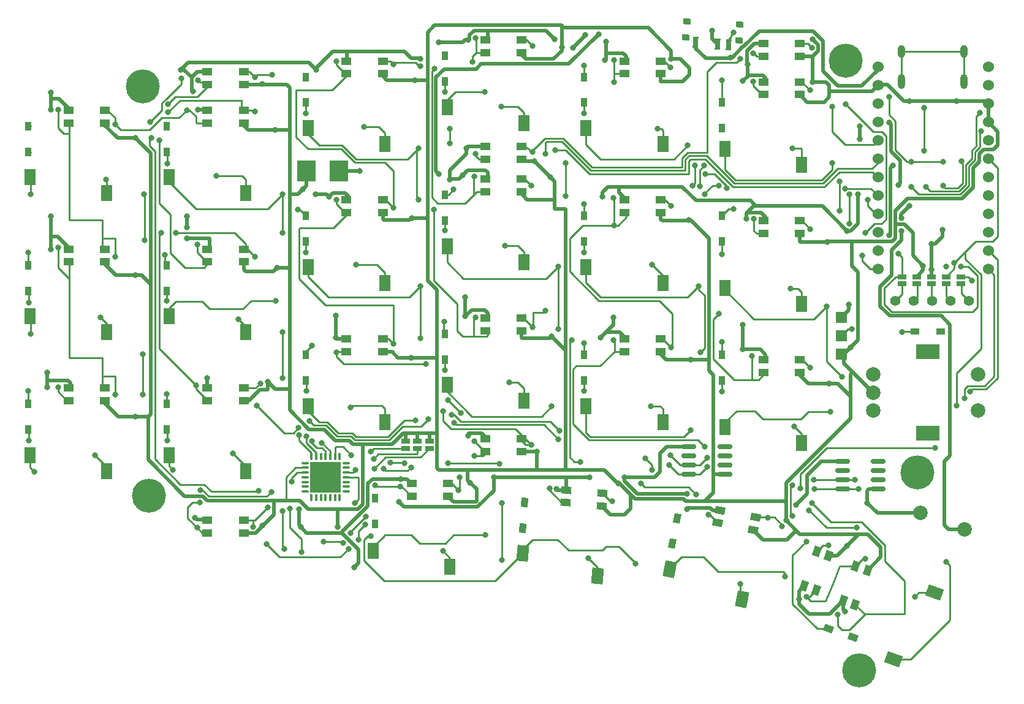
<source format=gbl>
G04 #@! TF.GenerationSoftware,KiCad,Pcbnew,7.0.7*
G04 #@! TF.CreationDate,2024-01-28T17:29:48-05:00*
G04 #@! TF.ProjectId,keybear-chocolate,6b657962-6561-4722-9d63-686f636f6c61,v1.0.0*
G04 #@! TF.SameCoordinates,Original*
G04 #@! TF.FileFunction,Copper,L2,Bot*
G04 #@! TF.FilePolarity,Positive*
%FSLAX46Y46*%
G04 Gerber Fmt 4.6, Leading zero omitted, Abs format (unit mm)*
G04 Created by KiCad (PCBNEW 7.0.7) date 2024-01-28 17:29:48*
%MOMM*%
%LPD*%
G01*
G04 APERTURE LIST*
G04 Aperture macros list*
%AMRoundRect*
0 Rectangle with rounded corners*
0 $1 Rounding radius*
0 $2 $3 $4 $5 $6 $7 $8 $9 X,Y pos of 4 corners*
0 Add a 4 corners polygon primitive as box body*
4,1,4,$2,$3,$4,$5,$6,$7,$8,$9,$2,$3,0*
0 Add four circle primitives for the rounded corners*
1,1,$1+$1,$2,$3*
1,1,$1+$1,$4,$5*
1,1,$1+$1,$6,$7*
1,1,$1+$1,$8,$9*
0 Add four rect primitives between the rounded corners*
20,1,$1+$1,$2,$3,$4,$5,0*
20,1,$1+$1,$4,$5,$6,$7,0*
20,1,$1+$1,$6,$7,$8,$9,0*
20,1,$1+$1,$8,$9,$2,$3,0*%
%AMRotRect*
0 Rectangle, with rotation*
0 The origin of the aperture is its center*
0 $1 length*
0 $2 width*
0 $3 Rotation angle, in degrees counterclockwise*
0 Add horizontal line*
21,1,$1,$2,0,0,$3*%
G04 Aperture macros list end*
G04 #@! TA.AperFunction,SMDPad,CuDef*
%ADD10R,1.600000X2.200000*%
G04 #@! TD*
G04 #@! TA.AperFunction,SMDPad,CuDef*
%ADD11R,0.950000X1.300000*%
G04 #@! TD*
G04 #@! TA.AperFunction,SMDPad,CuDef*
%ADD12R,1.380000X1.000000*%
G04 #@! TD*
G04 #@! TA.AperFunction,ComponentPad*
%ADD13C,4.700000*%
G04 #@! TD*
G04 #@! TA.AperFunction,ComponentPad*
%ADD14C,2.000000*%
G04 #@! TD*
G04 #@! TA.AperFunction,ComponentPad*
%ADD15C,1.397000*%
G04 #@! TD*
G04 #@! TA.AperFunction,SMDPad,CuDef*
%ADD16RotRect,1.380000X1.000000X70.000000*%
G04 #@! TD*
G04 #@! TA.AperFunction,ComponentPad*
%ADD17R,3.200000X2.000000*%
G04 #@! TD*
G04 #@! TA.AperFunction,SMDPad,CuDef*
%ADD18R,2.500000X3.000000*%
G04 #@! TD*
G04 #@! TA.AperFunction,ComponentPad*
%ADD19C,1.524000*%
G04 #@! TD*
G04 #@! TA.AperFunction,SMDPad,CuDef*
%ADD20RotRect,1.600000X2.200000X250.000000*%
G04 #@! TD*
G04 #@! TA.AperFunction,SMDPad,CuDef*
%ADD21RotRect,1.380000X1.000000X355.000000*%
G04 #@! TD*
G04 #@! TA.AperFunction,SMDPad,CuDef*
%ADD22RotRect,1.600000X2.200000X169.000000*%
G04 #@! TD*
G04 #@! TA.AperFunction,SMDPad,CuDef*
%ADD23RotRect,1.300000X0.950000X340.000000*%
G04 #@! TD*
G04 #@! TA.AperFunction,SMDPad,CuDef*
%ADD24RotRect,1.380000X1.000000X349.000000*%
G04 #@! TD*
G04 #@! TA.AperFunction,SMDPad,CuDef*
%ADD25R,1.300000X0.950000*%
G04 #@! TD*
G04 #@! TA.AperFunction,SMDPad,CuDef*
%ADD26RotRect,1.300000X0.950000X259.000000*%
G04 #@! TD*
G04 #@! TA.AperFunction,SMDPad,CuDef*
%ADD27R,1.524000X1.524000*%
G04 #@! TD*
G04 #@! TA.AperFunction,SMDPad,CuDef*
%ADD28RotRect,1.600000X2.200000X175.000000*%
G04 #@! TD*
G04 #@! TA.AperFunction,ComponentPad*
%ADD29O,1.000000X2.100000*%
G04 #@! TD*
G04 #@! TA.AperFunction,ComponentPad*
%ADD30O,1.000000X1.800000*%
G04 #@! TD*
G04 #@! TA.AperFunction,SMDPad,CuDef*
%ADD31RotRect,1.300000X0.950000X265.000000*%
G04 #@! TD*
G04 #@! TA.AperFunction,SMDPad,CuDef*
%ADD32R,1.143000X0.635000*%
G04 #@! TD*
G04 #@! TA.AperFunction,SMDPad,CuDef*
%ADD33RoundRect,0.150000X0.825000X0.150000X-0.825000X0.150000X-0.825000X-0.150000X0.825000X-0.150000X0*%
G04 #@! TD*
G04 #@! TA.AperFunction,SMDPad,CuDef*
%ADD34RotRect,1.000000X0.800000X356.500000*%
G04 #@! TD*
G04 #@! TA.AperFunction,SMDPad,CuDef*
%ADD35RotRect,0.700000X1.500000X356.500000*%
G04 #@! TD*
G04 #@! TA.AperFunction,SMDPad,CuDef*
%ADD36RoundRect,0.075000X-0.437500X-0.075000X0.437500X-0.075000X0.437500X0.075000X-0.437500X0.075000X0*%
G04 #@! TD*
G04 #@! TA.AperFunction,SMDPad,CuDef*
%ADD37RoundRect,0.075000X-0.075000X-0.437500X0.075000X-0.437500X0.075000X0.437500X-0.075000X0.437500X0*%
G04 #@! TD*
G04 #@! TA.AperFunction,SMDPad,CuDef*
%ADD38R,4.250000X4.250000*%
G04 #@! TD*
G04 #@! TA.AperFunction,ViaPad*
%ADD39C,0.800000*%
G04 #@! TD*
G04 #@! TA.AperFunction,Conductor*
%ADD40C,0.500000*%
G04 #@! TD*
G04 #@! TA.AperFunction,Conductor*
%ADD41C,0.250000*%
G04 #@! TD*
G04 APERTURE END LIST*
D10*
X161400000Y-134500000D03*
X172000000Y-136700000D03*
D11*
X237800000Y-139825000D03*
X237800000Y-143375000D03*
D12*
X166685600Y-107775000D03*
X171714400Y-107775000D03*
X171714400Y-106025000D03*
X166685600Y-106025000D03*
D13*
X158623000Y-159258000D03*
D12*
X243485600Y-103865000D03*
X248514400Y-103865000D03*
X248514400Y-102115000D03*
X243485600Y-102115000D03*
D11*
X161100000Y-127425000D03*
X161100000Y-130975000D03*
D10*
X199800000Y-105610000D03*
X210400000Y-107810000D03*
D14*
X271278001Y-163925565D03*
X265169999Y-161702435D03*
D11*
X180300000Y-120625000D03*
X180300000Y-124175000D03*
D15*
X261721600Y-132334000D03*
X264261600Y-132334000D03*
X266801600Y-132334000D03*
X269341600Y-132334000D03*
X271881600Y-132334000D03*
D11*
X180300000Y-101425000D03*
X180300000Y-104975000D03*
D12*
X224285600Y-139375000D03*
X229314400Y-139375000D03*
X229314400Y-137625000D03*
X224285600Y-137625000D03*
D10*
X219000000Y-127700000D03*
X229600000Y-129900000D03*
X238200000Y-111390000D03*
X248800000Y-113590000D03*
D16*
X256174541Y-174343009D03*
X257894491Y-169617482D03*
X256250029Y-169018947D03*
X254530079Y-173744474D03*
D10*
X161400000Y-153700000D03*
X172000000Y-155900000D03*
D12*
X243485600Y-98565000D03*
X248514400Y-98565000D03*
X248514400Y-96815000D03*
X243485600Y-96815000D03*
D11*
X199500000Y-98535000D03*
X199500000Y-102085000D03*
D14*
X258692000Y-142534000D03*
X258692000Y-147534000D03*
X258692000Y-145034000D03*
D17*
X266192000Y-139434000D03*
X266192000Y-150634000D03*
D14*
X273192000Y-147534000D03*
X273192000Y-142534000D03*
D10*
X238200000Y-130590000D03*
X248800000Y-132790000D03*
D12*
X166685600Y-164425600D03*
X171714400Y-164425600D03*
X171714400Y-162675600D03*
X166685600Y-162675600D03*
D11*
X237800000Y-104925000D03*
X237800000Y-108475000D03*
D10*
X238200000Y-149790000D03*
X248800000Y-151990000D03*
D11*
X141900000Y-127425000D03*
X141900000Y-130975000D03*
D18*
X180340000Y-114427000D03*
X184840000Y-114427000D03*
D13*
X256768600Y-183413400D03*
D10*
X142200000Y-134500000D03*
X152800000Y-136700000D03*
D19*
X274556400Y-100012000D03*
X274556400Y-102552000D03*
X274556400Y-105092000D03*
X274556400Y-107632000D03*
X274556400Y-110172000D03*
X274556400Y-112712000D03*
X274556400Y-115252000D03*
X274556400Y-117792000D03*
X274556400Y-120332000D03*
X274556400Y-122872000D03*
X274556400Y-125412000D03*
X274556400Y-127952000D03*
X259336400Y-127952000D03*
X259336400Y-125412000D03*
X259336400Y-122872000D03*
X259336400Y-120332000D03*
X259336400Y-117792000D03*
X259336400Y-115252000D03*
X259336400Y-112712000D03*
X259336400Y-110172000D03*
X259336400Y-107632000D03*
X259336400Y-105092000D03*
X259336400Y-102552000D03*
X259336400Y-100012000D03*
D20*
X261437946Y-181883550D03*
X267130683Y-172675253D03*
D10*
X180600000Y-127700000D03*
X191200000Y-129900000D03*
D11*
X237800000Y-120625000D03*
X237800000Y-124175000D03*
D21*
X216137578Y-160253761D03*
X221147242Y-160692050D03*
X221299764Y-158948709D03*
X216290100Y-158510420D03*
D10*
X180600000Y-108500000D03*
X191200000Y-110700000D03*
D22*
X230542845Y-169431697D03*
X240528313Y-173613853D03*
D10*
X219000000Y-108500000D03*
X229600000Y-110700000D03*
D13*
X254889000Y-99187000D03*
D11*
X161100000Y-146625000D03*
X161100000Y-150175000D03*
D23*
X252535246Y-177675514D03*
X255871154Y-178889686D03*
D24*
X237167171Y-163053493D03*
X242103578Y-164013033D03*
X242437493Y-162295185D03*
X237501086Y-161335645D03*
D12*
X243485600Y-142265000D03*
X248514400Y-142265000D03*
X248514400Y-140515000D03*
X243485600Y-140515000D03*
X147485600Y-107775000D03*
X152514400Y-107775000D03*
X152514400Y-106025000D03*
X147485600Y-106025000D03*
D10*
X189600000Y-166900000D03*
X200200000Y-169100000D03*
D16*
X250787256Y-172334031D03*
X252507206Y-167608504D03*
X250862744Y-167009969D03*
X249142794Y-171735496D03*
D10*
X219000000Y-146900000D03*
X229600000Y-149100000D03*
D11*
X218700000Y-101425000D03*
X218700000Y-104975000D03*
X180300000Y-139825000D03*
X180300000Y-143375000D03*
D12*
X224285600Y-100975000D03*
X229314400Y-100975000D03*
X229314400Y-99225000D03*
X224285600Y-99225000D03*
X194885600Y-159375000D03*
X199914400Y-159375000D03*
X199914400Y-157625000D03*
X194885600Y-157625000D03*
X224285600Y-120175000D03*
X229314400Y-120175000D03*
X229314400Y-118425000D03*
X224285600Y-118425000D03*
X185885600Y-139375000D03*
X190914400Y-139375000D03*
X190914400Y-137625000D03*
X185885600Y-137625000D03*
X147485600Y-126975000D03*
X152514400Y-126975000D03*
X152514400Y-125225000D03*
X147485600Y-125225000D03*
D10*
X142200000Y-153700000D03*
X152800000Y-155900000D03*
D25*
X264417000Y-136634000D03*
X267967000Y-136634000D03*
D12*
X185885600Y-100975000D03*
X190914400Y-100975000D03*
X190914400Y-99225000D03*
X185885600Y-99225000D03*
D10*
X161400000Y-115300000D03*
X172000000Y-117500000D03*
X180600000Y-146900000D03*
X191200000Y-149100000D03*
D11*
X199500000Y-136935000D03*
X199500000Y-140485000D03*
D13*
X157759400Y-102717600D03*
X264795000Y-156083000D03*
D12*
X205085600Y-117285000D03*
X210114400Y-117285000D03*
X210114400Y-115535000D03*
X205085600Y-115535000D03*
D11*
X141900000Y-108225000D03*
X141900000Y-111775000D03*
D12*
X205085600Y-136485000D03*
X210114400Y-136485000D03*
X210114400Y-134735000D03*
X205085600Y-134735000D03*
D26*
X231598330Y-162429443D03*
X230920958Y-165914219D03*
D27*
X254254000Y-139700000D03*
X254254000Y-137160000D03*
X254254000Y-134620000D03*
D11*
X218700000Y-120625000D03*
X218700000Y-124175000D03*
X141900000Y-146625000D03*
X141900000Y-150175000D03*
D12*
X166685600Y-126975000D03*
X171714400Y-126975000D03*
X171714400Y-125225000D03*
X166685600Y-125225000D03*
D11*
X199500000Y-117735000D03*
X199500000Y-121285000D03*
D12*
X243485600Y-123065000D03*
X248514400Y-123065000D03*
X248514400Y-121315000D03*
X243485600Y-121315000D03*
D28*
X210216244Y-167289456D03*
X220584165Y-170404935D03*
D12*
X205085600Y-98085000D03*
X210114400Y-98085000D03*
X210114400Y-96335000D03*
X205085600Y-96335000D03*
D29*
X271248600Y-102078600D03*
D30*
X271248600Y-97878600D03*
D29*
X262608600Y-102078600D03*
D30*
X262608600Y-97878600D03*
D12*
X166685600Y-102475000D03*
X171714400Y-102475000D03*
X171714400Y-100725000D03*
X166685600Y-100725000D03*
X185885600Y-120175000D03*
X190914400Y-120175000D03*
X190914400Y-118425000D03*
X185885600Y-118425000D03*
D10*
X142200000Y-115300000D03*
X152800000Y-117500000D03*
D12*
X147485600Y-146175000D03*
X152514400Y-146175000D03*
X152514400Y-144425000D03*
X147485600Y-144425000D03*
D10*
X199800000Y-144010000D03*
X210400000Y-146210000D03*
X199800000Y-124810000D03*
X210400000Y-127010000D03*
D12*
X205085600Y-153185000D03*
X210114400Y-153185000D03*
X210114400Y-151435000D03*
X205085600Y-151435000D03*
D11*
X161100000Y-108225000D03*
X161100000Y-111775000D03*
D12*
X205085600Y-112785000D03*
X210114400Y-112785000D03*
X210114400Y-111035000D03*
X205085600Y-111035000D03*
D11*
X189865000Y-159642000D03*
X189865000Y-163192000D03*
D12*
X166685600Y-146175000D03*
X171714400Y-146175000D03*
X171714400Y-144425000D03*
X166685600Y-144425000D03*
D31*
X210534012Y-160215231D03*
X210224610Y-163751723D03*
D11*
X218700000Y-139825000D03*
X218700000Y-143375000D03*
D32*
X268732000Y-129032000D03*
X268732000Y-130032760D03*
D33*
X238187000Y-152527000D03*
X238187000Y-153797000D03*
X238187000Y-155067000D03*
X238187000Y-156337000D03*
X233237000Y-156337000D03*
X233237000Y-155067000D03*
X233237000Y-153797000D03*
X233237000Y-152527000D03*
D32*
X270764000Y-129032000D03*
X270764000Y-130032760D03*
X194056000Y-152773380D03*
X194056000Y-151772620D03*
X262636000Y-129039620D03*
X262636000Y-130040380D03*
X264668000Y-129039620D03*
X264668000Y-130040380D03*
X197358000Y-152773380D03*
X197358000Y-151772620D03*
D33*
X259396000Y-154559000D03*
X259396000Y-155829000D03*
X259396000Y-157099000D03*
X259396000Y-158369000D03*
X254446000Y-158369000D03*
X254446000Y-157099000D03*
X254446000Y-155829000D03*
X254446000Y-154559000D03*
D34*
X232946816Y-93737546D03*
X232811899Y-95943424D03*
X240233200Y-94183200D03*
X240098283Y-96389078D03*
D35*
X234169606Y-96677680D03*
X237164011Y-96860825D03*
X238661213Y-96952398D03*
D36*
X180169500Y-158691000D03*
X180169500Y-158041000D03*
X180169500Y-157391000D03*
X180169500Y-156741000D03*
X180169500Y-156091000D03*
X180169500Y-155441000D03*
X180169500Y-154791000D03*
D37*
X181057000Y-153903500D03*
X181707000Y-153903500D03*
X182357000Y-153903500D03*
X183007000Y-153903500D03*
X183657000Y-153903500D03*
X184307000Y-153903500D03*
X184957000Y-153903500D03*
D36*
X185844500Y-154791000D03*
X185844500Y-155441000D03*
X185844500Y-156091000D03*
X185844500Y-156741000D03*
X185844500Y-157391000D03*
X185844500Y-158041000D03*
X185844500Y-158691000D03*
D37*
X184957000Y-159578500D03*
X184307000Y-159578500D03*
X183657000Y-159578500D03*
X183007000Y-159578500D03*
X182357000Y-159578500D03*
X181707000Y-159578500D03*
X181057000Y-159578500D03*
D38*
X183007000Y-156741000D03*
D32*
X266700000Y-129039620D03*
X266700000Y-130040380D03*
X195707000Y-152773380D03*
X195707000Y-151772620D03*
D39*
X238988600Y-98716500D03*
X252349000Y-124206000D03*
X176276000Y-127762000D03*
X214249000Y-137287000D03*
X212217000Y-153185000D03*
X250317000Y-102115000D03*
X265557000Y-127508000D03*
X255016000Y-166243000D03*
X195326000Y-101854000D03*
X268732000Y-127635000D03*
X270154400Y-104800400D03*
X194818000Y-140208000D03*
X174294800Y-163449000D03*
X233172000Y-121158000D03*
X156718000Y-128778000D03*
X202946000Y-157480000D03*
X246634000Y-162687000D03*
X211836000Y-113030000D03*
X156718000Y-148336000D03*
X176022000Y-108712000D03*
X174244000Y-102362000D03*
X156718000Y-109855000D03*
X233426000Y-140462000D03*
X214058500Y-115252500D03*
X263652000Y-104775000D03*
X215646000Y-97282000D03*
X252603000Y-143764000D03*
X179832000Y-116967000D03*
X230759000Y-98933000D03*
X250274705Y-96181295D03*
X194945000Y-120904000D03*
X184658000Y-163615500D03*
X257810000Y-160274000D03*
X175043500Y-143510000D03*
X223439857Y-157617617D03*
X255524000Y-138811000D03*
X218922600Y-95631000D03*
X144526000Y-142277500D03*
X256794000Y-108204000D03*
X184404000Y-134366000D03*
X255270000Y-132842000D03*
X178308000Y-157353000D03*
X256540000Y-117639500D03*
X256794000Y-110019500D03*
X206248000Y-156718000D03*
X214680800Y-96215200D03*
X164959420Y-162368620D03*
X202311000Y-131826000D03*
X181610000Y-117602000D03*
X201930000Y-115024500D03*
X163830000Y-122174000D03*
X196088000Y-98933000D03*
X202692000Y-96266000D03*
X221234000Y-117983000D03*
X202692000Y-151003000D03*
X145034000Y-125222000D03*
X241173000Y-120993500D03*
X222758000Y-134620000D03*
X224282000Y-156718000D03*
X248412000Y-173609000D03*
X217170000Y-97383600D03*
X260858000Y-123280300D03*
X255016000Y-122682000D03*
X163830000Y-123698000D03*
X254825500Y-175323500D03*
X183515000Y-117983000D03*
X145034000Y-105918000D03*
X266700000Y-128016000D03*
X193167000Y-160147000D03*
X202438000Y-111252000D03*
X214933107Y-158331500D03*
X181737000Y-100457000D03*
X193421000Y-156972000D03*
X240665000Y-102012500D03*
X220980000Y-137414000D03*
X179324000Y-161189500D03*
X184404000Y-137414000D03*
X261366000Y-113665000D03*
X179578000Y-163639500D03*
X232918000Y-161163000D03*
X166624000Y-143002000D03*
X165354000Y-105918000D03*
X200152000Y-115570000D03*
X198628000Y-96647000D03*
X240665000Y-139065000D03*
X241300000Y-99663500D03*
X164668200Y-103454200D03*
X232918000Y-159004000D03*
X248031000Y-160528000D03*
X202311000Y-134493000D03*
X221615000Y-99060000D03*
X240665000Y-135636000D03*
X163830000Y-120650000D03*
X268224000Y-122523500D03*
X219456000Y-156718000D03*
X266700000Y-124477500D03*
X221742000Y-96520000D03*
X162966400Y-100457000D03*
X145034000Y-103542500D03*
X145034000Y-120650000D03*
X144526000Y-144272000D03*
X186928321Y-169232197D03*
X180300000Y-101425000D03*
X218694000Y-99872800D03*
X161086800Y-108229400D03*
X141986000Y-108204000D03*
X237800000Y-101930200D03*
X199500000Y-98535000D03*
X237794800Y-104952800D03*
X152654000Y-115570000D03*
X141986000Y-111887000D03*
X161163000Y-113411000D03*
X167894000Y-115062000D03*
X188341000Y-108331000D03*
X180289200Y-106426000D03*
X199491600Y-103530400D03*
X207264000Y-105537000D03*
X228854000Y-108585000D03*
X218744800Y-106476800D03*
X237769400Y-108508800D03*
X247523000Y-111252000D03*
X141900000Y-125644000D03*
X160832800Y-125984000D03*
X200710800Y-116992400D03*
X179171600Y-119735600D03*
X239369600Y-119684800D03*
X218694000Y-119024400D03*
X151892000Y-134620000D03*
X141986000Y-132588000D03*
X161086800Y-132384800D03*
X170942000Y-134874000D03*
X180289200Y-125679200D03*
X187198000Y-127381000D03*
X199491600Y-122631200D03*
X207772000Y-124714000D03*
X218694000Y-125679200D03*
X228092000Y-127381000D03*
X247269000Y-130683000D03*
X237794800Y-125933200D03*
X218744800Y-138176000D03*
X237794800Y-138074400D03*
X199390000Y-135229600D03*
X181152800Y-138531600D03*
X141900000Y-144780000D03*
X161086800Y-145237200D03*
X141986000Y-151638000D03*
X151130000Y-153670000D03*
X161137600Y-151638000D03*
X170180000Y-153416000D03*
X180340000Y-144830800D03*
X186436000Y-147066000D03*
X208407000Y-143637000D03*
X199491600Y-141935200D03*
X227965000Y-146939000D03*
X218694000Y-144780000D03*
X237794800Y-144881600D03*
X247777000Y-149733000D03*
X249428000Y-165608000D03*
X252476000Y-177673000D03*
X199898000Y-154813000D03*
X231648000Y-162433000D03*
X189865000Y-159639000D03*
X210566000Y-160223200D03*
X207010000Y-154852500D03*
X262686800Y-136652000D03*
X219329000Y-167970200D03*
X210210400Y-163728400D03*
X230886000Y-165862000D03*
X240284000Y-171450000D03*
X255905000Y-178943000D03*
X264414000Y-173228000D03*
X198628000Y-114808000D03*
X220726000Y-95504000D03*
X236448600Y-95046800D03*
X187706000Y-114427000D03*
X257149600Y-126085600D03*
X250190000Y-97409000D03*
X254889000Y-105156000D03*
X257556000Y-122936000D03*
X255676400Y-136245600D03*
X263906000Y-116586000D03*
X273608800Y-108915200D03*
X270192500Y-146875500D03*
X193929000Y-154813000D03*
X269875000Y-127127000D03*
X178054000Y-161065115D03*
X215304500Y-150304500D03*
X235743500Y-154051000D03*
X179332862Y-150892420D03*
X200406000Y-148082000D03*
X191934500Y-154717500D03*
X230632000Y-153670000D03*
X256159000Y-157099000D03*
X179683877Y-167042500D03*
X250444000Y-157099000D03*
X215181795Y-151467205D03*
X188611163Y-162195163D03*
X250539500Y-158369000D03*
X268351000Y-116487500D03*
X182753000Y-165608000D03*
X230505000Y-155067000D03*
X272288000Y-129540000D03*
X194818000Y-155358500D03*
X180324568Y-151092500D03*
X185454312Y-165827688D03*
X235743500Y-155321000D03*
X256667000Y-158369000D03*
X200787000Y-149225000D03*
X191008000Y-155575000D03*
X270891000Y-113030000D03*
X186465188Y-164435812D03*
X270764000Y-127635000D03*
X262128000Y-125857000D03*
X153924000Y-107989500D03*
X163830000Y-106025000D03*
X146113147Y-105981853D03*
X153924000Y-126238000D03*
X161260500Y-106299000D03*
X160070800Y-110185200D03*
X165277800Y-124547500D03*
X173228000Y-106172000D03*
X196130666Y-99931591D03*
X192405000Y-99695000D03*
X203327000Y-99314000D03*
X203708000Y-96012000D03*
X184471800Y-99254800D03*
X192405000Y-119507000D03*
X211582000Y-97184500D03*
X198099777Y-100292500D03*
X203581000Y-115189000D03*
X230632000Y-100076000D03*
X242085299Y-102068500D03*
X222885000Y-102108000D03*
X233680000Y-116490500D03*
X234061000Y-113665000D03*
X230759000Y-119253000D03*
X222885000Y-99060000D03*
X249936000Y-103251000D03*
X237363000Y-116459000D03*
X235436336Y-117665663D03*
X242189000Y-121031000D03*
X153924000Y-145288000D03*
X146050000Y-124968000D03*
X173228000Y-126238000D03*
X160274000Y-122936000D03*
X162343500Y-122936000D03*
X165100000Y-144018000D03*
X192405000Y-138303000D03*
X184531000Y-118364000D03*
X203708000Y-134620000D03*
X211455000Y-116459000D03*
X197993000Y-119761000D03*
X222758000Y-118110000D03*
X230759000Y-138811000D03*
X222885000Y-121920000D03*
X237363000Y-134112000D03*
X249936000Y-122428000D03*
X241935000Y-139954000D03*
X146050000Y-144272000D03*
X193294000Y-157988000D03*
X173990000Y-143764000D03*
X179299111Y-149893487D03*
X189865000Y-157821500D03*
X173482000Y-146812000D03*
X201320400Y-158546800D03*
X201671701Y-147832299D03*
X199893701Y-146054299D03*
X184531000Y-139446000D03*
X196850000Y-141057500D03*
X201549000Y-156718000D03*
X213938122Y-158236574D03*
X217003500Y-137795000D03*
X213360000Y-133731000D03*
X218186000Y-154659500D03*
X211582000Y-136017000D03*
X247523000Y-157861000D03*
X246088724Y-163524663D03*
X247483500Y-162052000D03*
X235424500Y-152527000D03*
X244094000Y-162306000D03*
X222758000Y-137795000D03*
X249936000Y-141605000D03*
X253790464Y-175685464D03*
X250190000Y-160274000D03*
X207391000Y-160274000D03*
X252476000Y-166116000D03*
X207391000Y-168148000D03*
X203581000Y-151765000D03*
X203581000Y-153797000D03*
X165252400Y-163728400D03*
X175514000Y-158750000D03*
X199263000Y-147624500D03*
X180750188Y-148941812D03*
X211455000Y-152273000D03*
X165661049Y-160191451D03*
X165709600Y-158491951D03*
X197231000Y-148717000D03*
X263652000Y-119253000D03*
X262601500Y-120943500D03*
X260858000Y-107696000D03*
X262601500Y-122682000D03*
X262128000Y-116332000D03*
X177038000Y-122936000D03*
X177100000Y-117602000D03*
X177100000Y-143002000D03*
X176149000Y-132334000D03*
X177038000Y-136652000D03*
X213360000Y-112014000D03*
X189230000Y-164846000D03*
X161920701Y-155706299D03*
X225856501Y-168657801D03*
X227207299Y-154168622D03*
X230161500Y-169431697D03*
X196088000Y-130302000D03*
X195834000Y-118364000D03*
X195453000Y-148844000D03*
X228092000Y-155702000D03*
X214775500Y-111506000D03*
X195834000Y-111252000D03*
X246507000Y-170434000D03*
X196088000Y-137501500D03*
X256413000Y-163703000D03*
X238438200Y-116780800D03*
X204978000Y-103505000D03*
X215138000Y-127635000D03*
X216154000Y-113284000D03*
X254762000Y-116840000D03*
X235458000Y-114808000D03*
X215138000Y-136271000D03*
X214249000Y-146939000D03*
X216154000Y-117856000D03*
X268732000Y-168402000D03*
X249809000Y-161290000D03*
X234188000Y-159091500D03*
X222631000Y-160020000D03*
X226568000Y-157607000D03*
X235938008Y-161954797D03*
X158771101Y-107666301D03*
X142748000Y-155956000D03*
X157734000Y-145288000D03*
X157734000Y-139700000D03*
X157900000Y-117602000D03*
X142240000Y-117602000D03*
X142240000Y-136906000D03*
X205079600Y-164744400D03*
X157988000Y-123952000D03*
X252984000Y-105537000D03*
X189394500Y-166900000D03*
X163076400Y-101633800D03*
X272034000Y-144869500D03*
X271331200Y-145855200D03*
X239395000Y-95250000D03*
X265933701Y-116581701D03*
X273405600Y-106375200D03*
X265684000Y-105664000D03*
X265684000Y-111633000D03*
X199212200Y-166903400D03*
X189865000Y-163195000D03*
X267967000Y-136634000D03*
X234696000Y-116535200D03*
X257937000Y-118401500D03*
X234569000Y-130302000D03*
X235326701Y-113669299D03*
X267208000Y-152654000D03*
X234823000Y-139446000D03*
X233426000Y-150241000D03*
X233045000Y-110871000D03*
X248568687Y-158254723D03*
X249428000Y-173228000D03*
X257556000Y-168021000D03*
X255397000Y-117639500D03*
X255397000Y-121666000D03*
X252984000Y-113284000D03*
X254381000Y-142875000D03*
X254000000Y-115824000D03*
X252730000Y-147701000D03*
X252222000Y-133096000D03*
X254000000Y-119888000D03*
X158982899Y-109808499D03*
X165354000Y-101854000D03*
X173024800Y-163576000D03*
X173736000Y-158585500D03*
X175006000Y-160909000D03*
X161260500Y-105209804D03*
X200152000Y-110617000D03*
X200152000Y-108585000D03*
X173228000Y-101473000D03*
X175641000Y-101092000D03*
X203708000Y-112014000D03*
X242062000Y-98171000D03*
X240284000Y-98933000D03*
X211582000Y-111760000D03*
X260858000Y-104140000D03*
X263906000Y-113157000D03*
X268351000Y-113157000D03*
X186563000Y-153670000D03*
X189738000Y-155579270D03*
X189644411Y-154178000D03*
X182499000Y-151981500D03*
X181106299Y-151760701D03*
X189253171Y-153189359D03*
X187134500Y-155765500D03*
X177038000Y-161417000D03*
X177292000Y-166624000D03*
X188531500Y-163258500D03*
X187574003Y-165358997D03*
X186182000Y-166624000D03*
X187071000Y-160313500D03*
X174854248Y-165996959D03*
D40*
X235534200Y-98856800D02*
X234169606Y-97492206D01*
X251740000Y-100610000D02*
X253808000Y-102678000D01*
X240759328Y-97268856D02*
X242905184Y-95123000D01*
X242905184Y-95123000D02*
X250418492Y-95123000D01*
X251740000Y-96444508D02*
X251740000Y-100610000D01*
X250418492Y-95123000D02*
X251740000Y-96444508D01*
X240678144Y-97268856D02*
X240759328Y-97268856D01*
X257113000Y-102678000D02*
X259336400Y-100454600D01*
X238848300Y-98856800D02*
X235534200Y-98856800D01*
X259336400Y-100454600D02*
X259336400Y-100012000D01*
X234169606Y-97492206D02*
X234169606Y-96677680D01*
X238988600Y-98716500D02*
X238848300Y-98856800D01*
X253808000Y-102678000D02*
X257113000Y-102678000D01*
X239230500Y-98716500D02*
X240678144Y-97268856D01*
X238988600Y-98716500D02*
X239230500Y-98716500D01*
X158838000Y-111975000D02*
X158838000Y-130048000D01*
X216154000Y-155702000D02*
X212090000Y-155702000D01*
X193727568Y-150622000D02*
X192194568Y-152155000D01*
X197104000Y-121666000D02*
X197104000Y-103124000D01*
X166013131Y-159341451D02*
X163532451Y-159341451D01*
X225757025Y-159704000D02*
X232415918Y-159704000D01*
X173951672Y-144615500D02*
X172392172Y-146175000D01*
X216154000Y-119634000D02*
X214630000Y-119634000D01*
X255524000Y-138811000D02*
X254635000Y-139700000D01*
X212217000Y-155575000D02*
X212090000Y-155702000D01*
X232029000Y-98933000D02*
X233299000Y-100203000D01*
X270129000Y-104775000D02*
X270154400Y-104800400D01*
X176530000Y-159960000D02*
X166631679Y-159960000D01*
X175895000Y-159960000D02*
X176530000Y-159960000D01*
X195326000Y-101854000D02*
X191479000Y-101854000D01*
X177800000Y-127762000D02*
X178054000Y-128016000D01*
X197358000Y-150622000D02*
X197358000Y-151772620D01*
X174371000Y-163449000D02*
X175895000Y-161925000D01*
X174244000Y-102362000D02*
X174131000Y-102475000D01*
X257810000Y-160274000D02*
X257810000Y-158623000D01*
X194945000Y-120904000D02*
X197104000Y-120904000D01*
X197104000Y-120904000D02*
X197104000Y-121666000D01*
X179832000Y-116967000D02*
X180340000Y-116459000D01*
X214058500Y-115252500D02*
X211836000Y-113030000D01*
X233172000Y-121158000D02*
X233019600Y-121310400D01*
X248031000Y-164084000D02*
X248539000Y-164592000D01*
X250274705Y-96181295D02*
X250274705Y-96240669D01*
X233019600Y-121310400D02*
X229514400Y-121310400D01*
X233172000Y-121158000D02*
X233426000Y-121158000D01*
X178054000Y-102870000D02*
X177659000Y-102475000D01*
X202641200Y-155702000D02*
X200152000Y-155702000D01*
X236593500Y-156217500D02*
X236601000Y-156210000D01*
X232796918Y-160085000D02*
X235393000Y-160085000D01*
X256540000Y-137795000D02*
X255524000Y-138811000D01*
X263017000Y-121793000D02*
X261752000Y-121793000D01*
X221488000Y-155702000D02*
X216154000Y-155702000D01*
X258064000Y-158369000D02*
X259396000Y-158369000D01*
X255701800Y-127584200D02*
X256540000Y-128422400D01*
X176022000Y-108712000D02*
X172337000Y-108712000D01*
X230759000Y-97790000D02*
X227584000Y-94615000D01*
X229314400Y-102035000D02*
X229314400Y-100975000D01*
X210210400Y-137515600D02*
X210114400Y-137419600D01*
X252349000Y-124206000D02*
X252425200Y-124129800D01*
X156718000Y-128778000D02*
X157568000Y-128778000D01*
X253746000Y-143764000D02*
X252603000Y-143764000D01*
X203860400Y-158394400D02*
X203860400Y-160020000D01*
X225171000Y-161036000D02*
X224282000Y-161925000D01*
X251040000Y-96946590D02*
X251040000Y-97842000D01*
D41*
X177546000Y-156718000D02*
X178823000Y-155441000D01*
D40*
X198374000Y-130810000D02*
X197104000Y-129540000D01*
X272475000Y-116704172D02*
X272475000Y-113980228D01*
X257937000Y-164592000D02*
X258191000Y-164846000D01*
X184658000Y-163615500D02*
X184658000Y-161163000D01*
X198058000Y-94296000D02*
X197104000Y-95250000D01*
X233299000Y-100203000D02*
X233299000Y-101092000D01*
X223439857Y-157617617D02*
X223670642Y-157617617D01*
X214503000Y-98933000D02*
X210648000Y-98933000D01*
X229514400Y-121310400D02*
X229314400Y-121110400D01*
X258510400Y-103378000D02*
X252603000Y-103378000D01*
X198374000Y-155448000D02*
X198374000Y-153416000D01*
X215646000Y-97282000D02*
X215646000Y-94386400D01*
X250317000Y-102115000D02*
X250317000Y-98565000D01*
X246445000Y-160085000D02*
X235393000Y-160085000D01*
X230087000Y-140462000D02*
X229000000Y-139375000D01*
X171714400Y-128026400D02*
X171714400Y-126975000D01*
X195707000Y-150622000D02*
X194183000Y-150622000D01*
X215646000Y-97282000D02*
X215646000Y-97790000D01*
X216154000Y-155702000D02*
X216154000Y-140462000D01*
X198120000Y-140208000D02*
X194818000Y-140208000D01*
X263398000Y-118237000D02*
X270942172Y-118237000D01*
X158496000Y-148336000D02*
X158838000Y-147994000D01*
X232415918Y-159704000D02*
X232796918Y-160085000D01*
X188149000Y-160466000D02*
X187452000Y-161163000D01*
X252603000Y-143764000D02*
X249699000Y-143764000D01*
X186265432Y-151647000D02*
X184360432Y-151647000D01*
X235966000Y-123698000D02*
X235966000Y-141986000D01*
X198628000Y-155702000D02*
X198374000Y-155448000D01*
X174131000Y-102475000D02*
X171400000Y-102475000D01*
X154361000Y-148336000D02*
X152200000Y-146175000D01*
X270179800Y-104775000D02*
X274239400Y-104775000D01*
X252425200Y-124129800D02*
X256707800Y-124129800D01*
X263652000Y-104775000D02*
X270129000Y-104775000D01*
X176276000Y-127762000D02*
X177800000Y-127762000D01*
X179197000Y-117602000D02*
X179832000Y-116967000D01*
X261315200Y-124129800D02*
X261752000Y-123693000D01*
X259238435Y-161702435D02*
X265169999Y-161702435D01*
X255524000Y-148590000D02*
X246634000Y-157480000D01*
X255838000Y-142180000D02*
X254635000Y-140977000D01*
X274239400Y-104775000D02*
X274556400Y-105092000D01*
X178054000Y-143764000D02*
X178054000Y-128524000D01*
X246634000Y-162687000D02*
X248031000Y-164084000D01*
X210648000Y-98933000D02*
X209800000Y-98085000D01*
X193014600Y-140208000D02*
X192181600Y-139375000D01*
X233426000Y-140462000D02*
X230886000Y-140462000D01*
X273304000Y-112014000D02*
X273888200Y-111429800D01*
X230886000Y-140462000D02*
X230087000Y-140462000D01*
X194056000Y-150749000D02*
X194056000Y-151772620D01*
D41*
X177546000Y-159960000D02*
X177546000Y-156718000D01*
D40*
X275894800Y-110845600D02*
X275894800Y-108970400D01*
X273888200Y-111429800D02*
X275310600Y-111429800D01*
X197104000Y-129540000D02*
X197104000Y-121666000D01*
X180340000Y-116459000D02*
X180340000Y-114427000D01*
X252603000Y-102552000D02*
X252603000Y-104211607D01*
X174294800Y-163449000D02*
X174371000Y-163449000D01*
X275310600Y-111429800D02*
X275894800Y-110845600D01*
X175043500Y-143510000D02*
X176059500Y-144526000D01*
X202641200Y-155702000D02*
X202641200Y-157175200D01*
X195326000Y-101854000D02*
X197104000Y-101854000D01*
X250317000Y-102115000D02*
X252166000Y-102115000D01*
X250274705Y-96181295D02*
X251040000Y-96946590D01*
X274556400Y-107632000D02*
X274460200Y-107632000D01*
X233426000Y-121158000D02*
X235966000Y-123698000D01*
X263652000Y-104775000D02*
X262890000Y-104775000D01*
X273304000Y-113151228D02*
X273304000Y-112014000D01*
X186773432Y-152155000D02*
X188149000Y-152155000D01*
X251912607Y-104902000D02*
X249551400Y-104902000D01*
X257937000Y-164592000D02*
X259715000Y-166370000D01*
X216154000Y-139192000D02*
X216154000Y-140462000D01*
X215555600Y-94296000D02*
X198058000Y-94296000D01*
X264160000Y-126111000D02*
X264160000Y-122936000D01*
X214020400Y-137515600D02*
X210210400Y-137515600D01*
X200686400Y-160147000D02*
X199914400Y-159375000D01*
X235966000Y-140462000D02*
X233426000Y-140462000D01*
X184360432Y-151647000D02*
X182836432Y-150123000D01*
X216154000Y-140462000D02*
X216154000Y-119634000D01*
X191008000Y-121234200D02*
X190914400Y-121140600D01*
X215646000Y-94386400D02*
X215555600Y-94296000D01*
X202641200Y-157175200D02*
X202946000Y-157480000D01*
X235393000Y-160085000D02*
X236593500Y-158884500D01*
X236593500Y-156583500D02*
X236593500Y-142613500D01*
X172337000Y-108712000D02*
X171400000Y-107775000D01*
X246634000Y-160274000D02*
X246445000Y-160085000D01*
X175895000Y-161925000D02*
X175895000Y-159960000D01*
X261752000Y-119883000D02*
X263398000Y-118237000D01*
X194614800Y-121234200D02*
X191008000Y-121234200D01*
X250317000Y-98565000D02*
X248200000Y-98565000D01*
X238187000Y-156337000D02*
X236728000Y-156337000D01*
X178054000Y-109728000D02*
X178054000Y-102870000D01*
X178054000Y-108712000D02*
X178054000Y-109728000D01*
X158838000Y-147994000D02*
X158838000Y-130048000D01*
X214630000Y-119634000D02*
X214630000Y-115824000D01*
X210114400Y-137419600D02*
X210114400Y-136485000D01*
X187452000Y-161163000D02*
X180594000Y-161163000D01*
X222380192Y-161925000D02*
X221147242Y-160692050D01*
X190914400Y-121140600D02*
X190914400Y-120175000D01*
X255016000Y-166243000D02*
X256667000Y-164592000D01*
X156718000Y-109855000D02*
X158838000Y-111975000D01*
X232308400Y-102082600D02*
X229362000Y-102082600D01*
X256667000Y-164592000D02*
X257937000Y-164592000D01*
X252349000Y-124206000D02*
X248640600Y-124206000D01*
X274556400Y-105092000D02*
X274556400Y-107632000D01*
X243444545Y-165354000D02*
X242103578Y-164013033D01*
X260631000Y-102516000D02*
X259372400Y-102516000D01*
X259715000Y-166370000D02*
X259715000Y-167796973D01*
X265557000Y-127508000D02*
X265557000Y-128150620D01*
X163532451Y-159341451D02*
X158496000Y-154305000D01*
X194183000Y-150622000D02*
X194056000Y-150749000D01*
X178054000Y-117602000D02*
X178054000Y-109728000D01*
X255524000Y-145542000D02*
X253746000Y-143764000D01*
X182836432Y-150123000D02*
X180730000Y-150123000D01*
X256707800Y-124129800D02*
X255701800Y-124129800D01*
X211582000Y-118364000D02*
X210879000Y-118364000D01*
X251040000Y-97842000D02*
X250317000Y-98565000D01*
X255524000Y-145542000D02*
X255524000Y-148590000D01*
X265557000Y-127508000D02*
X264160000Y-126111000D01*
X215646000Y-97790000D02*
X214503000Y-98933000D01*
D41*
X178823000Y-155441000D02*
X180169500Y-155441000D01*
D40*
X214249000Y-137287000D02*
X216154000Y-139192000D01*
X235966000Y-141986000D02*
X235966000Y-140462000D01*
X174294800Y-163508082D02*
X173377282Y-164425600D01*
X270154400Y-104800400D02*
X270179800Y-104775000D01*
X192181600Y-139375000D02*
X190914400Y-139375000D01*
X203860400Y-160020000D02*
X203733400Y-160147000D01*
X229314400Y-121110400D02*
X229314400Y-120175000D01*
X223439857Y-157617617D02*
X223403617Y-157617617D01*
X195707000Y-150622000D02*
X195707000Y-151772620D01*
X194945000Y-120904000D02*
X194614800Y-121234200D01*
X211836000Y-113030000D02*
X210045000Y-113030000D01*
X210045000Y-113030000D02*
X209800000Y-112785000D01*
X177659000Y-102475000D02*
X174357000Y-102475000D01*
X227584000Y-94615000D02*
X215874600Y-94615000D01*
X188149000Y-152155000D02*
X188149000Y-160466000D01*
X246634000Y-160274000D02*
X246634000Y-162687000D01*
X259372400Y-102516000D02*
X259336400Y-102552000D01*
X223670642Y-157617617D02*
X225171000Y-159117975D01*
X158496000Y-148336000D02*
X156718000Y-148336000D01*
X236601000Y-156591000D02*
X236593500Y-156583500D01*
X175043500Y-143510000D02*
X175043500Y-144615500D01*
X255016000Y-166243000D02*
X253650496Y-167608504D01*
X212217000Y-153185000D02*
X212217000Y-155575000D01*
X179391000Y-159960000D02*
X176530000Y-159960000D01*
X223403617Y-157617617D02*
X221488000Y-155702000D01*
X275894800Y-108970400D02*
X274556400Y-107632000D01*
X198374000Y-153416000D02*
X198374000Y-130810000D01*
X214249000Y-137287000D02*
X214020400Y-137515600D01*
X202946000Y-157480000D02*
X203860400Y-158394400D01*
X255838000Y-142180000D02*
X255524000Y-142494000D01*
X174357000Y-102475000D02*
X174244000Y-102362000D01*
X154003000Y-128778000D02*
X152200000Y-126975000D01*
X171958000Y-128270000D02*
X171714400Y-128026400D01*
X192194568Y-152155000D02*
X186773432Y-152155000D01*
X158496000Y-154305000D02*
X158496000Y-148336000D01*
X256540000Y-128422400D02*
X256540000Y-137795000D01*
X270942172Y-118237000D02*
X272475000Y-116704172D01*
X265557000Y-128150620D02*
X264668000Y-129039620D01*
X204978000Y-155702000D02*
X202641200Y-155702000D01*
X173377282Y-164425600D02*
X171714400Y-164425600D01*
X194183000Y-150622000D02*
X193727568Y-150622000D01*
X236593500Y-158884500D02*
X236593500Y-156217500D01*
X203733400Y-160147000D02*
X200686400Y-160147000D01*
X255524000Y-142494000D02*
X255524000Y-145542000D01*
X197358000Y-150622000D02*
X195707000Y-150622000D01*
X200279000Y-155702000D02*
X200152000Y-155702000D01*
X178054000Y-128524000D02*
X178054000Y-117602000D01*
X230759000Y-98933000D02*
X230759000Y-97790000D01*
X214630000Y-115824000D02*
X214058500Y-115252500D01*
X210879000Y-118364000D02*
X209800000Y-117285000D01*
X272475000Y-113980228D02*
X273304000Y-113151228D01*
X176276000Y-127762000D02*
X175768000Y-128270000D01*
X214630000Y-118364000D02*
X211582000Y-118364000D01*
X236593500Y-142613500D02*
X235966000Y-141986000D01*
X225171000Y-159117975D02*
X225171000Y-161036000D01*
X248640600Y-124206000D02*
X248514400Y-124079800D01*
X166631679Y-159960000D02*
X166013131Y-159341451D01*
X261752000Y-123693000D02*
X261752000Y-119883000D01*
X174294800Y-163449000D02*
X174294800Y-163508082D01*
X257810000Y-160274000D02*
X259238435Y-161702435D01*
X252603000Y-103378000D02*
X252603000Y-102552000D01*
X198374000Y-150622000D02*
X197358000Y-150622000D01*
X256707800Y-124129800D02*
X261315200Y-124129800D01*
X248031000Y-164084000D02*
X246761000Y-165354000D01*
X154254600Y-109829600D02*
X152200000Y-107775000D01*
X212090000Y-155702000D02*
X204978000Y-155702000D01*
X200152000Y-155702000D02*
X198628000Y-155702000D01*
X252166000Y-102115000D02*
X252603000Y-102552000D01*
X258692000Y-145034000D02*
X255838000Y-142180000D01*
X157568000Y-128778000D02*
X158838000Y-130048000D01*
X156692600Y-109829600D02*
X154254600Y-109829600D01*
X178054000Y-117602000D02*
X179197000Y-117602000D01*
X197104000Y-101854000D02*
X197104000Y-103124000D01*
X175043500Y-144615500D02*
X173951672Y-144615500D01*
X224282000Y-161925000D02*
X222380192Y-161925000D01*
X156718000Y-128778000D02*
X154003000Y-128778000D01*
X191479000Y-101854000D02*
X190600000Y-100975000D01*
X233299000Y-101092000D02*
X232308400Y-102082600D01*
X176059500Y-144526000D02*
X178054000Y-144526000D01*
X156718000Y-148336000D02*
X154361000Y-148336000D01*
X172392172Y-146175000D02*
X171714400Y-146175000D01*
X194818000Y-140208000D02*
X193014600Y-140208000D01*
X198374000Y-153416000D02*
X198374000Y-150622000D01*
X176022000Y-108712000D02*
X178054000Y-108712000D01*
X252603000Y-104211607D02*
X251912607Y-104902000D01*
X214630000Y-119634000D02*
X214630000Y-118364000D01*
X246761000Y-165354000D02*
X243444545Y-165354000D01*
X259715000Y-167796973D02*
X257894491Y-169617482D01*
X257810000Y-158623000D02*
X258064000Y-158369000D01*
X259336400Y-102552000D02*
X258510400Y-103378000D01*
X249699000Y-143764000D02*
X248200000Y-142265000D01*
X180594000Y-161163000D02*
X179391000Y-159960000D01*
X248514400Y-124079800D02*
X248514400Y-123065000D01*
X254635000Y-140977000D02*
X254635000Y-139700000D01*
X246634000Y-157480000D02*
X246634000Y-160274000D01*
X264160000Y-122936000D02*
X263017000Y-121793000D01*
X230759000Y-98933000D02*
X232029000Y-98933000D01*
X248539000Y-164592000D02*
X257937000Y-164592000D01*
X229362000Y-102082600D02*
X229314400Y-102035000D01*
X255701800Y-124129800D02*
X255701800Y-127584200D01*
X215874600Y-94615000D02*
X215646000Y-94386400D01*
X212217000Y-153185000D02*
X209800000Y-153185000D01*
X156718000Y-109855000D02*
X156692600Y-109829600D01*
X197104000Y-95250000D02*
X197104000Y-103124000D01*
X178054000Y-147447000D02*
X178054000Y-143764000D01*
X225171000Y-159117975D02*
X225757025Y-159704000D01*
X186773432Y-152155000D02*
X186265432Y-151647000D01*
X180730000Y-150123000D02*
X178054000Y-147447000D01*
X262890000Y-104775000D02*
X260631000Y-102516000D01*
X249551400Y-104902000D02*
X248514400Y-103865000D01*
X175768000Y-128270000D02*
X171958000Y-128270000D01*
X178054000Y-144526000D02*
X178054000Y-143764000D01*
X253650496Y-167608504D02*
X252507206Y-167608504D01*
X218871800Y-95681800D02*
X218922600Y-95631000D01*
X202311000Y-96266000D02*
X201930000Y-96647000D01*
X268224000Y-122523500D02*
X268224000Y-123444000D01*
X243800000Y-120737000D02*
X243800000Y-121315000D01*
X185293000Y-164311950D02*
X188849000Y-160755950D01*
X252633553Y-175641000D02*
X254530079Y-173744474D01*
X228473000Y-156718000D02*
X229235000Y-155956000D01*
X204978000Y-133604000D02*
X205400000Y-134026000D01*
X241212000Y-99575500D02*
X241212000Y-97818918D01*
X241212000Y-97818918D02*
X242215918Y-96815000D01*
X163459082Y-100457000D02*
X164504000Y-101501918D01*
X241300000Y-120142000D02*
X243205000Y-120142000D01*
X224600000Y-98616000D02*
X224600000Y-99225000D01*
X221996000Y-116586000D02*
X232283000Y-116586000D01*
X144526000Y-143383000D02*
X147447000Y-143383000D01*
X147800000Y-143736000D02*
X147800000Y-144425000D01*
X165201600Y-162610800D02*
X166620800Y-162610800D01*
X187579000Y-166751000D02*
X185293000Y-164465000D01*
X232918000Y-161163000D02*
X233107000Y-160974000D01*
X164504000Y-103290000D02*
X164504000Y-101501918D01*
X193167000Y-160147000D02*
X193867000Y-160847000D01*
X181737000Y-100457000D02*
X181737000Y-100203000D01*
X201419500Y-115535000D02*
X200187000Y-115535000D01*
X242163600Y-119278400D02*
X241173000Y-120269000D01*
X261052000Y-113979000D02*
X261052000Y-123086300D01*
X241173000Y-120993500D02*
X241173000Y-120269000D01*
X202655000Y-111035000D02*
X205400000Y-111035000D01*
X229235000Y-155956000D02*
X229235000Y-153416000D01*
X179578000Y-163639500D02*
X180403500Y-164465000D01*
X200187000Y-115535000D02*
X200152000Y-115570000D01*
X266700000Y-124477500D02*
X266700000Y-128016000D01*
X232283000Y-116586000D02*
X234213400Y-118516400D01*
X202692000Y-150749000D02*
X202819000Y-150622000D01*
X200152000Y-114300000D02*
X200152000Y-115570000D01*
X255270000Y-132842000D02*
X255270000Y-133604000D01*
X202819000Y-150622000D02*
X204587000Y-150622000D01*
X145034000Y-125222000D02*
X145037000Y-125225000D01*
X144526000Y-144272000D02*
X144526000Y-142277500D01*
X251460000Y-154559000D02*
X254446000Y-154559000D01*
X266700000Y-128016000D02*
X266700000Y-129039620D01*
X248412000Y-172466290D02*
X249142794Y-171735496D01*
X215900000Y-156718000D02*
X216408000Y-156718000D01*
X203200000Y-133604000D02*
X204978000Y-133604000D01*
X188849000Y-160755950D02*
X188849000Y-157635418D01*
X217170000Y-97383600D02*
X218871800Y-95681800D01*
X222758000Y-134620000D02*
X222758000Y-135636000D01*
X214680800Y-96215200D02*
X214655400Y-96189800D01*
X249555000Y-159004000D02*
X249555000Y-156464000D01*
X165354000Y-105918000D02*
X166893000Y-105918000D01*
X194232600Y-156972000D02*
X194885600Y-157625000D01*
X236519645Y-161335645D02*
X237501086Y-161335645D01*
X183515000Y-117983000D02*
X183134000Y-117602000D01*
X242468400Y-119278400D02*
X242163600Y-119278400D01*
X248031000Y-160528000D02*
X249555000Y-159004000D01*
X216408000Y-156718000D02*
X216290100Y-156835900D01*
X243205000Y-120142000D02*
X243800000Y-120737000D01*
X221742000Y-96520000D02*
X221742000Y-98933000D01*
X185928000Y-97917000D02*
X185928000Y-98953000D01*
X184785000Y-97917000D02*
X185039000Y-97917000D01*
X255270000Y-133604000D02*
X254254000Y-134620000D01*
X261052000Y-123086300D02*
X260858000Y-123280300D01*
X249555000Y-156464000D02*
X251460000Y-154559000D01*
X146169000Y-104394000D02*
X147800000Y-106025000D01*
X202654500Y-114300000D02*
X205105000Y-114300000D01*
X215112027Y-158510420D02*
X216290100Y-158510420D01*
X184615000Y-137625000D02*
X186200000Y-137625000D01*
D41*
X178308000Y-156845000D02*
X179062000Y-156091000D01*
D40*
X144526000Y-144272000D02*
X144526000Y-143383000D01*
X202438000Y-111252000D02*
X202438000Y-112014000D01*
X166624000Y-144049000D02*
X167000000Y-144425000D01*
X255583082Y-122682000D02*
X256540000Y-121725082D01*
X188849000Y-157635418D02*
X189512418Y-156972000D01*
X146019000Y-123444000D02*
X147800000Y-125225000D01*
X164668200Y-103454200D02*
X164504000Y-103290000D01*
X145034000Y-123444000D02*
X145034000Y-125222000D01*
X205400000Y-95123000D02*
X205400000Y-96335000D01*
X147447000Y-143383000D02*
X147800000Y-143736000D01*
X180721000Y-99441000D02*
X163982400Y-99441000D01*
X145034000Y-104648000D02*
X145034000Y-105918000D01*
X145288000Y-104394000D02*
X145034000Y-104648000D01*
X223627000Y-136652000D02*
X224600000Y-137625000D01*
X180403500Y-164465000D02*
X185293000Y-164465000D01*
X214933107Y-158331500D02*
X215112027Y-158510420D01*
X241300000Y-101377500D02*
X241300000Y-99663500D01*
X221742000Y-98933000D02*
X221615000Y-99060000D01*
X267190500Y-124477500D02*
X266700000Y-124477500D01*
X202311000Y-134493000D02*
X203200000Y-133604000D01*
X202692000Y-96266000D02*
X202858000Y-96100000D01*
X261366000Y-113665000D02*
X261052000Y-113979000D01*
X243800000Y-139787000D02*
X243800000Y-140515000D01*
X251612400Y-119278400D02*
X242468400Y-119278400D01*
X186928321Y-169232197D02*
X187579000Y-168581518D01*
X164504000Y-101501918D02*
X165280918Y-100725000D01*
X193929000Y-97917000D02*
X184785000Y-97917000D01*
X184023000Y-117475000D02*
X185674000Y-117475000D01*
X248412000Y-173609000D02*
X248412000Y-172466290D01*
X229235000Y-153416000D02*
X230124000Y-152527000D01*
X202438000Y-112014000D02*
X200152000Y-114300000D01*
X241458500Y-101219000D02*
X243459000Y-101219000D01*
X223520000Y-116586000D02*
X223520000Y-117345000D01*
X241173000Y-120269000D02*
X241300000Y-120142000D01*
X193421000Y-156972000D02*
X194232600Y-156972000D01*
X145034000Y-103542500D02*
X145034000Y-104648000D01*
X243800000Y-101560000D02*
X243800000Y-102115000D01*
X206248000Y-158622350D02*
X206248000Y-156718000D01*
X185928000Y-98953000D02*
X186200000Y-99225000D01*
X194878000Y-98866000D02*
X193929000Y-97917000D01*
X181737000Y-100203000D02*
X184023000Y-97917000D01*
X216408000Y-156718000D02*
X219456000Y-156718000D01*
X255016000Y-122682000D02*
X251612400Y-119278400D01*
X185293000Y-164465000D02*
X185293000Y-164311950D01*
X202438000Y-111252000D02*
X202655000Y-111035000D01*
X248412000Y-173609000D02*
X248412000Y-174244000D01*
X254530079Y-175028079D02*
X254530079Y-173744474D01*
X242215918Y-96815000D02*
X243800000Y-96815000D01*
X201930000Y-115024500D02*
X201419500Y-115535000D01*
X181737000Y-100457000D02*
X180721000Y-99441000D01*
X189512418Y-156972000D02*
X193421000Y-156972000D01*
X220980000Y-137414000D02*
X221742000Y-136652000D01*
X179324000Y-161189500D02*
X179324000Y-163385500D01*
D41*
X178308000Y-157353000D02*
X178308000Y-156845000D01*
D40*
X224282000Y-157239025D02*
X226046975Y-159004000D01*
X216290100Y-156835900D02*
X216290100Y-158510420D01*
X164959420Y-162368620D02*
X165201600Y-162610800D01*
X201930000Y-96647000D02*
X198628000Y-96647000D01*
X255016000Y-122682000D02*
X255583082Y-122682000D01*
X242468400Y-119278400D02*
X242062000Y-118872000D01*
X205105000Y-114300000D02*
X205400000Y-114595000D01*
X243078000Y-139065000D02*
X243800000Y-139787000D01*
X240665000Y-102012500D02*
X241458500Y-101219000D01*
X241706400Y-118516400D02*
X242062000Y-118872000D01*
X163982400Y-99441000D02*
X162966400Y-100457000D01*
X202858000Y-95659918D02*
X203521918Y-94996000D01*
X202311000Y-131826000D02*
X202311000Y-134493000D01*
X221742000Y-98171000D02*
X224155000Y-98171000D01*
X184023000Y-97917000D02*
X184785000Y-97917000D01*
X145034000Y-120650000D02*
X145034000Y-123444000D01*
X179324000Y-163385500D02*
X179578000Y-163639500D01*
X256540000Y-121725082D02*
X256540000Y-117639500D01*
X183515000Y-117983000D02*
X184023000Y-117475000D01*
X166624000Y-143002000D02*
X166624000Y-144049000D01*
X145034000Y-123444000D02*
X146019000Y-123444000D01*
X184404000Y-134366000D02*
X184404000Y-137414000D01*
X145288000Y-104394000D02*
X146169000Y-104394000D01*
X165280918Y-100725000D02*
X167000000Y-100725000D01*
X223520000Y-117345000D02*
X224600000Y-118425000D01*
X163830000Y-123698000D02*
X167000000Y-123698000D01*
X256794000Y-108204000D02*
X256794000Y-110019500D01*
X248412000Y-174244000D02*
X249809000Y-175641000D01*
X221742000Y-136652000D02*
X223627000Y-136652000D01*
X240665000Y-135636000D02*
X240665000Y-139065000D01*
X166893000Y-105918000D02*
X167000000Y-106025000D01*
X202692000Y-96266000D02*
X202311000Y-96266000D01*
X167000000Y-123698000D02*
X167000000Y-125225000D01*
X226046975Y-159004000D02*
X232918000Y-159004000D01*
X184404000Y-137414000D02*
X184615000Y-137625000D01*
X224282000Y-156718000D02*
X224282000Y-157239025D01*
X234213400Y-118516400D02*
X241706400Y-118516400D01*
X204023349Y-160847000D02*
X206248000Y-158622350D01*
X196088000Y-98933000D02*
X196021000Y-98866000D01*
X268224000Y-123444000D02*
X267190500Y-124477500D01*
X213461600Y-94996000D02*
X214680800Y-96215200D01*
X202692000Y-151003000D02*
X202692000Y-150749000D01*
X183134000Y-117602000D02*
X181610000Y-117602000D01*
D41*
X179062000Y-156091000D02*
X180169500Y-156091000D01*
D40*
X187579000Y-168581518D02*
X187579000Y-166751000D01*
X201930000Y-115024500D02*
X202654500Y-114300000D01*
X243459000Y-101219000D02*
X243800000Y-101560000D01*
X204587000Y-150622000D02*
X205400000Y-151435000D01*
X193867000Y-160847000D02*
X204023349Y-160847000D01*
X221234000Y-117983000D02*
X221234000Y-117348000D01*
X222758000Y-135636000D02*
X220980000Y-137414000D01*
X185674000Y-117475000D02*
X186200000Y-118001000D01*
X240665000Y-139065000D02*
X243078000Y-139065000D01*
X202858000Y-96100000D02*
X202858000Y-95659918D01*
X166899000Y-144526000D02*
X167000000Y-144425000D01*
X206248000Y-156718000D02*
X215900000Y-156718000D01*
X166620800Y-162610800D02*
X166685600Y-162675600D01*
X241300000Y-99663500D02*
X241212000Y-99575500D01*
X224155000Y-98171000D02*
X224600000Y-98616000D01*
X233107000Y-160974000D02*
X236158000Y-160974000D01*
X205400000Y-114595000D02*
X205400000Y-115535000D01*
X205400000Y-134026000D02*
X205400000Y-134735000D01*
X203521918Y-94996000D02*
X213461600Y-94996000D01*
X236158000Y-160974000D02*
X236519645Y-161335645D01*
X230124000Y-152527000D02*
X233237000Y-152527000D01*
X254825500Y-175323500D02*
X254530079Y-175028079D01*
X240665000Y-102012500D02*
X241300000Y-101377500D01*
X249809000Y-175641000D02*
X252633553Y-175641000D01*
X224282000Y-156718000D02*
X228473000Y-156718000D01*
X162966400Y-100457000D02*
X163459082Y-100457000D01*
X196021000Y-98866000D02*
X194878000Y-98866000D01*
X186200000Y-118001000D02*
X186200000Y-118425000D01*
X218922600Y-95631000D02*
X218871800Y-95656400D01*
X163830000Y-120650000D02*
X163830000Y-122174000D01*
X221234000Y-117348000D02*
X221996000Y-116586000D01*
D41*
X199644000Y-98391000D02*
X199500000Y-98535000D01*
X218694000Y-101419000D02*
X218700000Y-101425000D01*
X237800000Y-101930200D02*
X237800000Y-104925000D01*
X218694000Y-99872800D02*
X218694000Y-101419000D01*
X152654000Y-115570000D02*
X152800000Y-115716000D01*
X152800000Y-115716000D02*
X152800000Y-117500000D01*
X141986000Y-111861000D02*
X141900000Y-111775000D01*
X161163000Y-111838000D02*
X161100000Y-111775000D01*
X172000000Y-115612000D02*
X172000000Y-117500000D01*
X171450000Y-115062000D02*
X172000000Y-115612000D01*
X161163000Y-113411000D02*
X161163000Y-111838000D01*
X167894000Y-115062000D02*
X171450000Y-115062000D01*
X188341000Y-108331000D02*
X190373000Y-108331000D01*
X180289200Y-104985800D02*
X180300000Y-104975000D01*
X191200000Y-109158000D02*
X191200000Y-110700000D01*
X190373000Y-108331000D02*
X191200000Y-109158000D01*
X180289200Y-106426000D02*
X180289200Y-104985800D01*
X209550000Y-105537000D02*
X210400000Y-106387000D01*
X199491600Y-102093400D02*
X199500000Y-102085000D01*
X207264000Y-105537000D02*
X209550000Y-105537000D01*
X210400000Y-106387000D02*
X210400000Y-107810000D01*
X199491600Y-103530400D02*
X199491600Y-102093400D01*
X229362000Y-108585000D02*
X229600000Y-108823000D01*
X229600000Y-108823000D02*
X229600000Y-110700000D01*
X218744800Y-106476800D02*
X218744800Y-105019800D01*
X218744800Y-105019800D02*
X218700000Y-104975000D01*
X228854000Y-108585000D02*
X229362000Y-108585000D01*
X248666000Y-111252000D02*
X248800000Y-111386000D01*
X247523000Y-111252000D02*
X248666000Y-111252000D01*
X248800000Y-111386000D02*
X248800000Y-113590000D01*
X218694000Y-120619000D02*
X218700000Y-120625000D01*
X199968200Y-117735000D02*
X199500000Y-117735000D01*
X179410600Y-119735600D02*
X180300000Y-120625000D01*
X238740200Y-119684800D02*
X237800000Y-120625000D01*
X218694000Y-119024400D02*
X218694000Y-120619000D01*
X160832800Y-125984000D02*
X160832800Y-127157800D01*
X179171600Y-119735600D02*
X179410600Y-119735600D01*
X200710800Y-116992400D02*
X199968200Y-117735000D01*
X160832800Y-127157800D02*
X161100000Y-127425000D01*
X239369600Y-119684800D02*
X238740200Y-119684800D01*
X141900000Y-125644000D02*
X141900000Y-127425000D01*
X141986000Y-132588000D02*
X141986000Y-131061000D01*
X152800000Y-135528000D02*
X151892000Y-134620000D01*
X152800000Y-136700000D02*
X152800000Y-135528000D01*
X141986000Y-131061000D02*
X141900000Y-130975000D01*
X172000000Y-135932000D02*
X172000000Y-136700000D01*
X161086800Y-132384800D02*
X161086800Y-130988200D01*
X170942000Y-134874000D02*
X172000000Y-135932000D01*
X161086800Y-130988200D02*
X161100000Y-130975000D01*
X191200000Y-128462000D02*
X191200000Y-129900000D01*
X180289200Y-124185800D02*
X180300000Y-124175000D01*
X187198000Y-127381000D02*
X190119000Y-127381000D01*
X190119000Y-127381000D02*
X191200000Y-128462000D01*
X180289200Y-125679200D02*
X180289200Y-124185800D01*
X199491600Y-122631200D02*
X199491600Y-121293400D01*
X210400000Y-125564000D02*
X210400000Y-127010000D01*
X209550000Y-124714000D02*
X210400000Y-125564000D01*
X199491600Y-121293400D02*
X199500000Y-121285000D01*
X207772000Y-124714000D02*
X209550000Y-124714000D01*
X218700000Y-124175000D02*
X218700000Y-125673200D01*
X228092000Y-127381000D02*
X229600000Y-128889000D01*
X218700000Y-125673200D02*
X218694000Y-125679200D01*
X229600000Y-128889000D02*
X229600000Y-129900000D01*
X247269000Y-130683000D02*
X248285000Y-130683000D01*
X237794800Y-124180200D02*
X237800000Y-124175000D01*
X248800000Y-131198000D02*
X248800000Y-132790000D01*
X248285000Y-130683000D02*
X248800000Y-131198000D01*
X237794800Y-125933200D02*
X237794800Y-124180200D01*
X199339200Y-135280400D02*
X199339200Y-136774200D01*
X180300000Y-139384400D02*
X181152800Y-138531600D01*
X199390000Y-135229600D02*
X199339200Y-135280400D01*
X141900000Y-144780000D02*
X141900000Y-146625000D01*
X237794800Y-138074400D02*
X237794800Y-139819800D01*
X218744800Y-138176000D02*
X218744800Y-139780200D01*
X161086800Y-145237200D02*
X161086800Y-146611800D01*
X180300000Y-139825000D02*
X180300000Y-139384400D01*
X161086800Y-146611800D02*
X161100000Y-146625000D01*
X199339200Y-136774200D02*
X199500000Y-136935000D01*
X237794800Y-139819800D02*
X237800000Y-139825000D01*
X218744800Y-139780200D02*
X218700000Y-139825000D01*
X141986000Y-150261000D02*
X141900000Y-150175000D01*
X152800000Y-155900000D02*
X152800000Y-155340000D01*
X152800000Y-155340000D02*
X151130000Y-153670000D01*
X141986000Y-151638000D02*
X141986000Y-150261000D01*
X161137600Y-150212600D02*
X161100000Y-150175000D01*
X172000000Y-155900000D02*
X172000000Y-155236000D01*
X161137600Y-151638000D02*
X161137600Y-150212600D01*
X172000000Y-155236000D02*
X170180000Y-153416000D01*
X186436000Y-147066000D02*
X186690000Y-146812000D01*
X180340000Y-144830800D02*
X180340000Y-143415000D01*
X180340000Y-143415000D02*
X180300000Y-143375000D01*
X190754000Y-146812000D02*
X191200000Y-147258000D01*
X191200000Y-147258000D02*
X191200000Y-149100000D01*
X186690000Y-146812000D02*
X190754000Y-146812000D01*
X199500000Y-140485000D02*
X199500000Y-141926800D01*
X208407000Y-143637000D02*
X209550000Y-143637000D01*
X210400000Y-144487000D02*
X210400000Y-146210000D01*
X209550000Y-143637000D02*
X210400000Y-144487000D01*
X199500000Y-141926800D02*
X199491600Y-141935200D01*
X229600000Y-147304000D02*
X229600000Y-149100000D01*
X229235000Y-146939000D02*
X229600000Y-147304000D01*
X218694000Y-144780000D02*
X218694000Y-143381000D01*
X218694000Y-143381000D02*
X218700000Y-143375000D01*
X227965000Y-146939000D02*
X229235000Y-146939000D01*
X237794800Y-143380200D02*
X237800000Y-143375000D01*
X247777000Y-149733000D02*
X248800000Y-150756000D01*
X248800000Y-150756000D02*
X248800000Y-151990000D01*
X237794800Y-144881600D02*
X237794800Y-143380200D01*
X249428000Y-165608000D02*
X247523000Y-167513000D01*
X262704800Y-136634000D02*
X262686800Y-136652000D01*
X247523000Y-167513000D02*
X247523000Y-174244000D01*
X264417000Y-136634000D02*
X262704800Y-136634000D01*
X199898000Y-154813000D02*
X206970500Y-154813000D01*
X250952000Y-177673000D02*
X252476000Y-177673000D01*
X206970500Y-154813000D02*
X207010000Y-154852500D01*
X247523000Y-174244000D02*
X250952000Y-177673000D01*
X220584165Y-169225365D02*
X220584165Y-170404935D01*
X220584165Y-169657165D02*
X220584165Y-171404935D01*
X219329000Y-167970200D02*
X220584165Y-169225365D01*
X240284000Y-173369540D02*
X240528313Y-173613853D01*
X240284000Y-171450000D02*
X240284000Y-173369540D01*
X240528313Y-172964313D02*
X240528313Y-174613853D01*
X264966747Y-172675253D02*
X267130683Y-172675253D01*
X264414000Y-173228000D02*
X264966747Y-172675253D01*
D40*
X198254000Y-114434000D02*
X198628000Y-114808000D01*
X204532000Y-99633000D02*
X203835000Y-100330000D01*
X216597000Y-99633000D02*
X204532000Y-99633000D01*
X236448600Y-96145414D02*
X237164011Y-96860825D01*
X236448600Y-95046800D02*
X236448600Y-96145414D01*
X199390000Y-100330000D02*
X198254000Y-101466000D01*
X220726000Y-95504000D02*
X216597000Y-99633000D01*
X187706000Y-114427000D02*
X184840000Y-114427000D01*
X198254000Y-101466000D02*
X198254000Y-114434000D01*
X203835000Y-100330000D02*
X199390000Y-100330000D01*
D41*
X259842000Y-121666000D02*
X258826000Y-121666000D01*
X260477000Y-109601000D02*
X260477000Y-121031000D01*
X254889000Y-105156000D02*
X258699000Y-108966000D01*
X249596000Y-96815000D02*
X248200000Y-96815000D01*
X250190000Y-97409000D02*
X249596000Y-96815000D01*
X260477000Y-121031000D02*
X259842000Y-121666000D01*
X258254000Y-127952000D02*
X259336400Y-127952000D01*
X255168400Y-136245600D02*
X254254000Y-137160000D01*
X257149600Y-126847600D02*
X258254000Y-127952000D01*
X259842000Y-108966000D02*
X260477000Y-109601000D01*
X258699000Y-108966000D02*
X259842000Y-108966000D01*
X258826000Y-121666000D02*
X257556000Y-122936000D01*
X255676400Y-136245600D02*
X255168400Y-136245600D01*
X257149600Y-126085600D02*
X257149600Y-126847600D01*
X261721600Y-132334000D02*
X262636000Y-131419600D01*
X262636000Y-131419600D02*
X262636000Y-130040380D01*
X264795000Y-131800600D02*
X264795000Y-130167380D01*
X264261600Y-132334000D02*
X264795000Y-131800600D01*
X264795000Y-130167380D02*
X264668000Y-130040380D01*
X266700000Y-132232400D02*
X266801600Y-132334000D01*
X266700000Y-130040380D02*
X266700000Y-132232400D01*
X269341600Y-132334000D02*
X268732000Y-131724400D01*
X268732000Y-131724400D02*
X268732000Y-130032760D01*
X263906000Y-116586000D02*
X264982000Y-117662000D01*
X273405600Y-111099227D02*
X273405600Y-109118400D01*
X272729000Y-111775827D02*
X273405600Y-111099227D01*
X271900000Y-113742054D02*
X272729000Y-112913054D01*
X270704000Y-117662000D02*
X271900000Y-116466000D01*
X271900000Y-116466000D02*
X271900000Y-113742054D01*
X273405600Y-109118400D02*
X273608800Y-108915200D01*
X264982000Y-117662000D02*
X270704000Y-117662000D01*
X272729000Y-112913054D02*
X272729000Y-111775827D01*
X179683877Y-165332877D02*
X179683877Y-167042500D01*
X201734000Y-149029000D02*
X214029000Y-149029000D01*
X270196000Y-146872000D02*
X270196000Y-142367000D01*
X178054000Y-163703000D02*
X179683877Y-165332877D01*
X232029000Y-155067000D02*
X233237000Y-155067000D01*
X230632000Y-153670000D02*
X232029000Y-155067000D01*
X235743500Y-154051000D02*
X234727500Y-155067000D01*
X200406000Y-148082000D02*
X200787000Y-148082000D01*
X254446000Y-157099000D02*
X250444000Y-157099000D01*
X178054000Y-161065115D02*
X178054000Y-163703000D01*
X275844000Y-113999600D02*
X274556400Y-112712000D01*
X275844000Y-123494800D02*
X275844000Y-113999600D01*
X179332862Y-151648258D02*
X181057000Y-153372396D01*
X271399000Y-125603000D02*
X272846800Y-124155200D01*
X191934500Y-154717500D02*
X193833500Y-154717500D01*
X193833500Y-154717500D02*
X193929000Y-154813000D01*
X200787000Y-148082000D02*
X201734000Y-149029000D01*
X270196000Y-142367000D02*
X273558000Y-139005000D01*
X269875000Y-127889000D02*
X268732000Y-129032000D01*
X271399000Y-126608299D02*
X271399000Y-125603000D01*
X273558000Y-128767299D02*
X271399000Y-126608299D01*
X234727500Y-155067000D02*
X233237000Y-155067000D01*
X214029000Y-149029000D02*
X215304500Y-150304500D01*
X269875000Y-127127000D02*
X269875000Y-127889000D01*
X181057000Y-153372396D02*
X181057000Y-153903500D01*
X179332862Y-150892420D02*
X179332862Y-151648258D01*
X270192500Y-146875500D02*
X270196000Y-146872000D01*
X256159000Y-157099000D02*
X254446000Y-157099000D01*
X273558000Y-139005000D02*
X273558000Y-128767299D01*
X269875000Y-127127000D02*
X271399000Y-125603000D01*
X272846800Y-124155200D02*
X275183600Y-124155200D01*
X275183600Y-124155200D02*
X275844000Y-123494800D01*
X234727500Y-156337000D02*
X233237000Y-156337000D01*
X201041000Y-149479000D02*
X213193590Y-149479000D01*
X256667000Y-158369000D02*
X254446000Y-158369000D01*
X271000000Y-113369262D02*
X271000000Y-116093208D01*
X235743500Y-155321000D02*
X234727500Y-156337000D01*
X231775000Y-156337000D02*
X233237000Y-156337000D01*
X180324568Y-152003568D02*
X181707000Y-153386000D01*
X182753000Y-165608000D02*
X185234624Y-165608000D01*
X270331208Y-116762000D02*
X268625500Y-116762000D01*
X270891000Y-113030000D02*
X270891000Y-113260262D01*
X185234624Y-165608000D02*
X185454312Y-165827688D01*
X272288000Y-129540000D02*
X271780000Y-129032000D01*
X191008000Y-155575000D02*
X191262000Y-155829000D01*
X230505000Y-155067000D02*
X231775000Y-156337000D01*
X186465188Y-164299507D02*
X188569532Y-162195163D01*
X194347500Y-155829000D02*
X194818000Y-155358500D01*
X181707000Y-153386000D02*
X181707000Y-153903500D01*
X188569532Y-162195163D02*
X188611163Y-162195163D01*
X200787000Y-149225000D02*
X201041000Y-149479000D01*
X180324568Y-151092500D02*
X180324568Y-152003568D01*
X213193590Y-149479000D02*
X215181795Y-151467205D01*
X271780000Y-129032000D02*
X270764000Y-129032000D01*
X271000000Y-116093208D02*
X270331208Y-116762000D01*
X268625500Y-116762000D02*
X268351000Y-116487500D01*
X254446000Y-158369000D02*
X250539500Y-158369000D01*
X186465188Y-164435812D02*
X186465188Y-164299507D01*
X270891000Y-113260262D02*
X271000000Y-113369262D01*
X191262000Y-155829000D02*
X194347500Y-155829000D01*
X271789305Y-127635000D02*
X270764000Y-127635000D01*
X272415000Y-133858000D02*
X273050000Y-133223000D01*
X261239000Y-133858000D02*
X272415000Y-133858000D01*
X260223000Y-130631120D02*
X260223000Y-132842000D01*
X273050000Y-133223000D02*
X273050000Y-128895695D01*
X262636000Y-126365000D02*
X262636000Y-129039620D01*
X262128000Y-125857000D02*
X262636000Y-126365000D01*
X262636000Y-129039620D02*
X261814500Y-129039620D01*
X261814500Y-129039620D02*
X260223000Y-130631120D01*
X260223000Y-132842000D02*
X261239000Y-133858000D01*
X273050000Y-128895695D02*
X271789305Y-127635000D01*
X270891000Y-130159760D02*
X270764000Y-130032760D01*
X271881600Y-132334000D02*
X270891000Y-131343400D01*
X271881600Y-132867400D02*
X271881600Y-132334000D01*
X270891000Y-131343400D02*
X270891000Y-130159760D01*
X163830000Y-106025000D02*
X164200000Y-106025000D01*
X165100000Y-107696000D02*
X165179000Y-107775000D01*
X164200000Y-106025000D02*
X165100000Y-106925000D01*
X153924000Y-107989500D02*
X154722700Y-108788200D01*
X162794000Y-107061000D02*
X163830000Y-106025000D01*
X165100000Y-106925000D02*
X165100000Y-107696000D01*
X153924000Y-107061000D02*
X152888000Y-106025000D01*
X152888000Y-106025000D02*
X152200000Y-106025000D01*
X160401000Y-107061000D02*
X162794000Y-107061000D01*
X165179000Y-107775000D02*
X167000000Y-107775000D01*
X154722700Y-108788200D02*
X158673800Y-108788200D01*
X158673800Y-108788200D02*
X160401000Y-107061000D01*
X153924000Y-107989500D02*
X153924000Y-107061000D01*
X147574000Y-109220000D02*
X147574000Y-108204000D01*
X147574000Y-121158000D02*
X152200000Y-121158000D01*
X147574000Y-110236000D02*
X147574000Y-121158000D01*
X153924000Y-123698000D02*
X153924000Y-126238000D01*
X146812000Y-109220000D02*
X147574000Y-109220000D01*
X152200000Y-121158000D02*
X152200000Y-123698000D01*
X147574000Y-110236000D02*
X147574000Y-109220000D01*
X146113147Y-108521147D02*
X146812000Y-109220000D01*
X147800000Y-107978000D02*
X147800000Y-107775000D01*
X152200000Y-123698000D02*
X152200000Y-125225000D01*
X147574000Y-108204000D02*
X147800000Y-107978000D01*
X152200000Y-123698000D02*
X153924000Y-123698000D01*
X146113147Y-105981853D02*
X146113147Y-108521147D01*
X160020000Y-110236000D02*
X160020000Y-118872000D01*
X171400000Y-104698000D02*
X171400000Y-106025000D01*
X171400000Y-106025000D02*
X173081000Y-106025000D01*
X161544000Y-125730000D02*
X163576000Y-127762000D01*
X161260500Y-106299000D02*
X162911500Y-104648000D01*
X173081000Y-106025000D02*
X173228000Y-106172000D01*
X166213000Y-127762000D02*
X167000000Y-126975000D01*
X165277800Y-125653800D02*
X165277800Y-124547500D01*
X171450000Y-104648000D02*
X171400000Y-104698000D01*
X161544000Y-120396000D02*
X161544000Y-125730000D01*
X163576000Y-127762000D02*
X166213000Y-127762000D01*
X160070800Y-110185200D02*
X160020000Y-110236000D01*
X160020000Y-118872000D02*
X161544000Y-120396000D01*
X162911500Y-104648000D02*
X171450000Y-104648000D01*
X167000000Y-126975000D02*
X166599000Y-126975000D01*
X166599000Y-126975000D02*
X165277800Y-125653800D01*
X195943591Y-99931591D02*
X195453000Y-99441000D01*
X191935000Y-99225000D02*
X192405000Y-99695000D01*
X195453000Y-99441000D02*
X192659000Y-99441000D01*
X203794000Y-96225000D02*
X203708000Y-96012000D01*
X203794000Y-98085000D02*
X203794000Y-96225000D01*
X192659000Y-99441000D02*
X192405000Y-99695000D01*
X196130666Y-99931591D02*
X195943591Y-99931591D01*
X190600000Y-99225000D02*
X191935000Y-99225000D01*
X203708000Y-96012000D02*
X203708000Y-96139000D01*
X203327000Y-98552000D02*
X203794000Y-98085000D01*
X203794000Y-98085000D02*
X205400000Y-98085000D01*
X203327000Y-99314000D02*
X203327000Y-98552000D01*
X183924000Y-103251000D02*
X178943000Y-103251000D01*
X192405000Y-114427000D02*
X192405000Y-119507000D01*
X191204000Y-113226000D02*
X192405000Y-114427000D01*
X178943000Y-109728000D02*
X180594000Y-111379000D01*
X178943000Y-103251000D02*
X178943000Y-109728000D01*
X187011604Y-113226000D02*
X191204000Y-113226000D01*
X185684000Y-100975000D02*
X186200000Y-100975000D01*
X180594000Y-111379000D02*
X185164604Y-111379000D01*
X184471800Y-99762800D02*
X185684000Y-100975000D01*
X185164604Y-111379000D02*
X187011604Y-113226000D01*
X186200000Y-100975000D02*
X183924000Y-103251000D01*
X184471800Y-99254800D02*
X184471800Y-99762800D01*
X191323000Y-118425000D02*
X190600000Y-118425000D01*
X192405000Y-119507000D02*
X191323000Y-118425000D01*
X203898000Y-117285000D02*
X205400000Y-117285000D01*
X203454000Y-115316000D02*
X203581000Y-115189000D01*
X211582000Y-97184500D02*
X210732500Y-96335000D01*
X203454000Y-117729000D02*
X203898000Y-117285000D01*
X197679000Y-118050000D02*
X198501000Y-118872000D01*
X203581000Y-115189000D02*
X203454000Y-115443000D01*
X202311000Y-118872000D02*
X203454000Y-117729000D01*
X198501000Y-118872000D02*
X202311000Y-118872000D01*
X210732500Y-96335000D02*
X209800000Y-96335000D01*
X203454000Y-117729000D02*
X203454000Y-115316000D01*
X197679000Y-100713277D02*
X197679000Y-118050000D01*
X198099777Y-100292500D02*
X197679000Y-100713277D01*
X242085299Y-102068500D02*
X242085299Y-102650299D01*
X229781000Y-99225000D02*
X230632000Y-100076000D01*
X229000000Y-99225000D02*
X229781000Y-99225000D01*
X242085299Y-102650299D02*
X243300000Y-103865000D01*
X243300000Y-103865000D02*
X243800000Y-103865000D01*
X222885000Y-99187000D02*
X222885000Y-99187000D01*
X222885000Y-102108000D02*
X222885000Y-100975000D01*
X233680000Y-116490500D02*
X234061000Y-116109500D01*
X234061000Y-113665000D02*
X234061000Y-113792000D01*
X234061000Y-116109500D02*
X234061000Y-113665000D01*
X222885000Y-99060000D02*
X222758000Y-99060000D01*
X229000000Y-118425000D02*
X229931000Y-118425000D01*
X222885000Y-99187000D02*
X222885000Y-99060000D01*
X222885000Y-100975000D02*
X224600000Y-100975000D01*
X222885000Y-100975000D02*
X222885000Y-99187000D01*
X229931000Y-118425000D02*
X230759000Y-119253000D01*
X222758000Y-99060000D02*
X222758000Y-99060000D01*
X242572000Y-123065000D02*
X243800000Y-123065000D01*
X236465400Y-116459000D02*
X235436336Y-117488064D01*
X242189000Y-121031000D02*
X242189000Y-122682000D01*
X235436336Y-117488064D02*
X235436336Y-117665663D01*
X248200000Y-102115000D02*
X248800000Y-102115000D01*
X248800000Y-102115000D02*
X249936000Y-103251000D01*
X242189000Y-122682000D02*
X242572000Y-123065000D01*
X237363000Y-116459000D02*
X236465400Y-116459000D01*
X152200000Y-142748000D02*
X153924000Y-142748000D01*
X152200000Y-140262000D02*
X152200000Y-142748000D01*
X152200000Y-142748000D02*
X152200000Y-144425000D01*
X147574000Y-127508000D02*
X147800000Y-127282000D01*
X147800000Y-127282000D02*
X147800000Y-126975000D01*
X146050000Y-127762000D02*
X147574000Y-129286000D01*
X147574000Y-129286000D02*
X147574000Y-127508000D01*
X153924000Y-142748000D02*
X153924000Y-145288000D01*
X147574000Y-140208000D02*
X152146000Y-140208000D01*
X152146000Y-140208000D02*
X152200000Y-140262000D01*
X147574000Y-129286000D02*
X147574000Y-140208000D01*
X146050000Y-124968000D02*
X146050000Y-127762000D01*
X171958000Y-125225000D02*
X171400000Y-125225000D01*
X166749000Y-146175000D02*
X165100000Y-144526000D01*
X160274000Y-122936000D02*
X160020000Y-123190000D01*
X165100000Y-144526000D02*
X165100000Y-144018000D01*
X160020000Y-123190000D02*
X160020000Y-138938000D01*
X162343500Y-122936000D02*
X170434000Y-122936000D01*
X172215000Y-125225000D02*
X173228000Y-126238000D01*
X171400000Y-125225000D02*
X172215000Y-125225000D01*
X170434000Y-122936000D02*
X171958000Y-124460000D01*
X173228000Y-126238000D02*
X173101000Y-126111000D01*
X167000000Y-146175000D02*
X166749000Y-146175000D01*
X165100000Y-144018000D02*
X165100000Y-143764000D01*
X160020000Y-138938000D02*
X165100000Y-144018000D01*
X171958000Y-124460000D02*
X171958000Y-125225000D01*
X192405000Y-138303000D02*
X192405000Y-132969000D01*
X184531000Y-119006000D02*
X184531000Y-118364000D01*
X184074000Y-122301000D02*
X186200000Y-120175000D01*
X179324000Y-122428000D02*
X179451000Y-122301000D01*
X186200000Y-120175000D02*
X185700000Y-120175000D01*
X191727000Y-137625000D02*
X190600000Y-137625000D01*
X192405000Y-138303000D02*
X191727000Y-137625000D01*
X183007000Y-132969000D02*
X179324000Y-129286000D01*
X179324000Y-129286000D02*
X179324000Y-122428000D01*
X179451000Y-122301000D02*
X184074000Y-122301000D01*
X192405000Y-132969000D02*
X183007000Y-132969000D01*
X185700000Y-120175000D02*
X184531000Y-119006000D01*
X201168000Y-132790828D02*
X201168000Y-136525000D01*
X197993000Y-129615828D02*
X201168000Y-132790828D01*
X205232000Y-137287000D02*
X205400000Y-137119000D01*
X201168000Y-136525000D02*
X201930000Y-137287000D01*
X203454000Y-137160000D02*
X203454000Y-134874000D01*
X209800000Y-115535000D02*
X210531000Y-115535000D01*
X203454000Y-134874000D02*
X203708000Y-134620000D01*
X210531000Y-115535000D02*
X211455000Y-116459000D01*
X201930000Y-137287000D02*
X205232000Y-137287000D01*
X205400000Y-137119000D02*
X205400000Y-136485000D01*
X197993000Y-119761000D02*
X197993000Y-129615828D01*
X230886000Y-138684000D02*
X230886000Y-134112000D01*
X216729000Y-123758000D02*
X218567000Y-121920000D01*
X230886000Y-134112000D02*
X229108000Y-132334000D01*
X230759000Y-138811000D02*
X230886000Y-138684000D01*
X224600000Y-120789200D02*
X224600000Y-120175000D01*
X222885000Y-118364000D02*
X222758000Y-118110000D01*
X223469200Y-121920000D02*
X224600000Y-120789200D01*
X229108000Y-132334000D02*
X220726000Y-132334000D01*
X222855000Y-121920000D02*
X222855000Y-121920000D01*
X230759000Y-138811000D02*
X229573000Y-137625000D01*
X229573000Y-137625000D02*
X229000000Y-137625000D01*
X222885000Y-121920000D02*
X223469200Y-121920000D01*
X222758000Y-118110000D02*
X222758000Y-118237000D01*
X216729000Y-128337000D02*
X216729000Y-123758000D01*
X218567000Y-121920000D02*
X222885000Y-121920000D01*
X220726000Y-132334000D02*
X216729000Y-128337000D01*
X222885000Y-121920000D02*
X222885000Y-118364000D01*
X236541000Y-134934000D02*
X236541000Y-140376600D01*
X236541000Y-140376600D02*
X239420400Y-143256000D01*
X248823000Y-121315000D02*
X249936000Y-122428000D01*
X241935000Y-143129000D02*
X241935000Y-139954000D01*
X242062000Y-143256000D02*
X242809000Y-143256000D01*
X242809000Y-143256000D02*
X243800000Y-142265000D01*
X239420400Y-143256000D02*
X242062000Y-143256000D01*
X242062000Y-143256000D02*
X241935000Y-143129000D01*
X237363000Y-134112000D02*
X236541000Y-134934000D01*
X248200000Y-121315000D02*
X248823000Y-121315000D01*
X146050000Y-144272000D02*
X145923000Y-144399000D01*
X147300000Y-146175000D02*
X146050000Y-144925000D01*
X146050000Y-144925000D02*
X146050000Y-144272000D01*
X147800000Y-146175000D02*
X147300000Y-146175000D01*
X177301688Y-150631688D02*
X173482000Y-146812000D01*
X189865000Y-157821500D02*
X190031500Y-157988000D01*
X173329000Y-144425000D02*
X171400000Y-144425000D01*
X190031500Y-157988000D02*
X193294000Y-157988000D01*
X178560910Y-150631688D02*
X177301688Y-150631688D01*
X193498600Y-157988000D02*
X194885600Y-159375000D01*
X193294000Y-157988000D02*
X193498600Y-157988000D01*
X173990000Y-143764000D02*
X173329000Y-144425000D01*
X179299111Y-149893487D02*
X178560910Y-150631688D01*
X200398600Y-157625000D02*
X199914400Y-157625000D01*
X201320400Y-158546800D02*
X201549000Y-158318200D01*
X184531000Y-139446000D02*
X184602000Y-139375000D01*
X201320400Y-158546800D02*
X200398600Y-157625000D01*
X184602000Y-139375000D02*
X186200000Y-139375000D01*
X196850000Y-141057500D02*
X185507500Y-141057500D01*
X185507500Y-141057500D02*
X184531000Y-140081000D01*
X184531000Y-140081000D02*
X184531000Y-139446000D01*
X201549000Y-158318200D02*
X201549000Y-156718000D01*
X201671701Y-147832299D02*
X199893701Y-146054299D01*
X211582000Y-136017000D02*
X211709000Y-135890000D01*
X211709000Y-135890000D02*
X211709000Y-133985000D01*
X217397500Y-154659500D02*
X216729000Y-153991000D01*
X216729000Y-153991000D02*
X216729000Y-138069500D01*
X209800000Y-134735000D02*
X210300000Y-134735000D01*
X213106000Y-133985000D02*
X213360000Y-133731000D01*
X210300000Y-134735000D02*
X211582000Y-136017000D01*
X218186000Y-154659500D02*
X217397500Y-154659500D01*
X216729000Y-138069500D02*
X217003500Y-137795000D01*
X211709000Y-133985000D02*
X213106000Y-133985000D01*
X213938122Y-158236574D02*
X213938122Y-158566122D01*
X215625761Y-160253761D02*
X216137578Y-160253761D01*
X213938122Y-158566122D02*
X215625761Y-160253761D01*
X247523000Y-157861000D02*
X247209000Y-158175000D01*
X244094000Y-162306000D02*
X244083185Y-162295185D01*
X219403804Y-151587200D02*
X217179000Y-149362396D01*
X246088724Y-163343100D02*
X245040809Y-162295185D01*
X217179000Y-149362396D02*
X217179000Y-141850000D01*
X244104815Y-162295185D02*
X244094000Y-162306000D01*
X222956000Y-139375000D02*
X224600000Y-139375000D01*
X247209000Y-158175000D02*
X247209000Y-161777500D01*
X217652600Y-141376400D02*
X220954600Y-141376400D01*
X234484700Y-151587200D02*
X219403804Y-151587200D01*
X217179000Y-141850000D02*
X217652600Y-141376400D01*
X222956000Y-139375000D02*
X222956000Y-137993000D01*
X247209000Y-161777500D02*
X247483500Y-162052000D01*
X246088724Y-163524663D02*
X246270287Y-163524663D01*
X235424500Y-152527000D02*
X234484700Y-151587200D01*
X245040809Y-162295185D02*
X244104815Y-162295185D01*
X220954600Y-141376400D02*
X222956000Y-139375000D01*
X222956000Y-137993000D02*
X222758000Y-137795000D01*
X244083185Y-162295185D02*
X242437493Y-162295185D01*
X246088724Y-163524663D02*
X246088724Y-163343100D01*
X250190000Y-160274000D02*
X252857000Y-162941000D01*
X257099172Y-162941000D02*
X260290000Y-166131828D01*
X248846000Y-140515000D02*
X249936000Y-141605000D01*
X260290000Y-166131828D02*
X260290000Y-168342000D01*
X252857000Y-162941000D02*
X257099172Y-162941000D01*
X253790464Y-177209464D02*
X253790464Y-175685464D01*
X263017000Y-171069000D02*
X263017000Y-175641000D01*
X260290000Y-168342000D02*
X263017000Y-171069000D01*
X255397000Y-177800000D02*
X254381000Y-177800000D01*
X254381000Y-177800000D02*
X253790464Y-177209464D01*
X248200000Y-140515000D02*
X248846000Y-140515000D01*
X257472532Y-175641000D02*
X256174541Y-174343009D01*
X257556000Y-175641000D02*
X255397000Y-177800000D01*
X258191000Y-175641000D02*
X257472532Y-175641000D01*
X263017000Y-175641000D02*
X257556000Y-175641000D01*
X204788000Y-153797000D02*
X205400000Y-153185000D01*
X207391000Y-160274000D02*
X207391000Y-168148000D01*
X252476000Y-166116000D02*
X251756713Y-166116000D01*
X205400000Y-153185000D02*
X205001000Y-153185000D01*
X203581000Y-153797000D02*
X204788000Y-153797000D01*
X205001000Y-153185000D02*
X203581000Y-151765000D01*
X203581000Y-151765000D02*
X203708000Y-151892000D01*
X251756713Y-166116000D02*
X250862744Y-167009969D01*
X166869852Y-159385000D02*
X165976803Y-158491951D01*
X199263000Y-148971000D02*
X200339000Y-150047000D01*
X186503604Y-151072000D02*
X187011604Y-151580000D01*
X181356376Y-149548000D02*
X183074604Y-149548000D01*
X210638000Y-152273000D02*
X209800000Y-151435000D01*
X191829396Y-151580000D02*
X193676396Y-149733000D01*
X165252400Y-163728400D02*
X165949600Y-164425600D01*
X187011604Y-151580000D02*
X191829396Y-151580000D01*
X200339000Y-150047000D02*
X209229000Y-150047000D01*
X209229000Y-150047000D02*
X211455000Y-152273000D01*
X164623749Y-160191451D02*
X165661049Y-160191451D01*
X199263000Y-147624500D02*
X199263000Y-148971000D01*
X165252400Y-163728400D02*
X163931600Y-162407600D01*
X196215000Y-149733000D02*
X197231000Y-148717000D01*
X175514000Y-158750000D02*
X174879000Y-159385000D01*
X163931600Y-162407600D02*
X163931600Y-160883600D01*
X183074604Y-149548000D02*
X184598604Y-151072000D01*
X174879000Y-159385000D02*
X166869852Y-159385000D01*
X193676396Y-149733000D02*
X196215000Y-149733000D01*
X211455000Y-152273000D02*
X210638000Y-152273000D01*
X163931600Y-160883600D02*
X164623749Y-160191451D01*
X180750188Y-148941812D02*
X181356376Y-149548000D01*
X165976803Y-158491951D02*
X165709600Y-158491951D01*
X184598604Y-151072000D02*
X186503604Y-151072000D01*
X165949600Y-164425600D02*
X166685600Y-164425600D01*
D40*
X268478000Y-163322000D02*
X269081565Y-163925565D01*
X262128000Y-116332000D02*
X262382000Y-116078000D01*
X261112000Y-107950000D02*
X260858000Y-107696000D01*
X269081565Y-163925565D02*
X271278001Y-163925565D01*
X262382000Y-112979200D02*
X261112000Y-111709200D01*
X259648000Y-130392948D02*
X259648000Y-133156000D01*
X262509000Y-120396000D02*
X262509000Y-120851000D01*
X262601500Y-123986500D02*
X261239000Y-125349000D01*
X261112000Y-111709200D02*
X261112000Y-107950000D01*
X269240000Y-135636000D02*
X269240000Y-153797000D01*
X261239000Y-125349000D02*
X261239000Y-128801948D01*
X263652000Y-119253000D02*
X262509000Y-120396000D01*
X268037000Y-134433000D02*
X269240000Y-135636000D01*
X262509000Y-120851000D02*
X262601500Y-120943500D01*
X261239000Y-128801948D02*
X259648000Y-130392948D01*
X262382000Y-116078000D02*
X262382000Y-112979200D01*
X268478000Y-154559000D02*
X268478000Y-163322000D01*
X259648000Y-133156000D02*
X260925000Y-134433000D01*
X262601500Y-122682000D02*
X262601500Y-123986500D01*
X260925000Y-134433000D02*
X268037000Y-134433000D01*
X269240000Y-153797000D02*
X268478000Y-154559000D01*
D41*
X191135000Y-171069000D02*
X206436700Y-171069000D01*
X188341000Y-165354000D02*
X188341000Y-168275000D01*
X210216244Y-166719756D02*
X210216244Y-167289456D01*
X177100000Y-117602000D02*
X177038000Y-117664000D01*
X161400000Y-134500000D02*
X161400000Y-133367000D01*
X221234000Y-166827200D02*
X216560400Y-166827200D01*
X219642396Y-114358000D02*
X232722000Y-114358000D01*
X165989000Y-132461000D02*
X167005000Y-133477000D01*
X161400000Y-155185598D02*
X161400000Y-153700000D01*
X188341000Y-168275000D02*
X191135000Y-171069000D01*
X188849000Y-164846000D02*
X188341000Y-165354000D01*
X213360000Y-112014000D02*
X213360000Y-110490000D01*
X161400000Y-115300000D02*
X161400000Y-115934000D01*
X233239604Y-112326000D02*
X235644396Y-112326000D01*
X253804150Y-114104149D02*
X258513851Y-114104149D01*
X206436700Y-171069000D02*
X210216244Y-167289456D01*
X211582000Y-165354000D02*
X210216244Y-166719756D01*
X177038000Y-136652000D02*
X177038000Y-142940000D01*
X225856501Y-168657801D02*
X225856501Y-168642364D01*
X232722000Y-112843604D02*
X233239604Y-112326000D01*
X213488396Y-110361604D02*
X215646000Y-110361604D01*
X177038000Y-117664000D02*
X177038000Y-122936000D01*
X216560400Y-166827200D02*
X215087200Y-165354000D01*
X258513851Y-114104149D02*
X259336400Y-113281600D01*
X177038000Y-142940000D02*
X177100000Y-143002000D01*
X223533337Y-166319200D02*
X221742000Y-166319200D01*
X167005000Y-133477000D02*
X171577000Y-133477000D01*
X175068000Y-119634000D02*
X177100000Y-117602000D01*
X221742000Y-166319200D02*
X221234000Y-166827200D01*
X259336400Y-113281600D02*
X259336400Y-112712000D01*
X232722000Y-114358000D02*
X232722000Y-112843604D01*
X161920701Y-155706299D02*
X161400000Y-155185598D01*
X162306000Y-132461000D02*
X165989000Y-132461000D01*
X215087200Y-165354000D02*
X211582000Y-165354000D01*
X171577000Y-133477000D02*
X172720000Y-132334000D01*
X172720000Y-132334000D02*
X176149000Y-132334000D01*
X213360000Y-110490000D02*
X213488396Y-110361604D01*
X215646000Y-110361604D02*
X219642396Y-114358000D01*
X235644396Y-112326000D02*
X239454396Y-116136000D01*
X161400000Y-133367000D02*
X162306000Y-132461000D01*
X251772299Y-116136000D02*
X253804150Y-114104149D01*
X239454396Y-116136000D02*
X251772299Y-116136000D01*
X176149000Y-132334000D02*
X176022000Y-132334000D01*
X225856501Y-168642364D02*
X223533337Y-166319200D01*
X161400000Y-115934000D02*
X165100000Y-119634000D01*
X189230000Y-164846000D02*
X188849000Y-164846000D01*
X165100000Y-119634000D02*
X175068000Y-119634000D01*
X246507000Y-170053000D02*
X246507000Y-170434000D01*
X183261000Y-149098000D02*
X182118000Y-149098000D01*
X195580000Y-111506000D02*
X195834000Y-111252000D01*
X180600000Y-147580000D02*
X180600000Y-146900000D01*
X194310000Y-112776000D02*
X187198000Y-112776000D01*
X251968000Y-116576695D02*
X253990695Y-114554000D01*
X183388000Y-131826000D02*
X194564000Y-131826000D01*
X195834000Y-111252000D02*
X194310000Y-112776000D01*
X185293000Y-110871000D02*
X182118000Y-110871000D01*
X186690000Y-150622000D02*
X184785000Y-150622000D01*
X233172000Y-113030000D02*
X233426000Y-112776000D01*
X180600000Y-129038000D02*
X183388000Y-131826000D01*
X195834000Y-118364000D02*
X195580000Y-118110000D01*
X253990695Y-114554000D02*
X258638400Y-114554000D01*
X182118000Y-110871000D02*
X180600000Y-109353000D01*
X230161500Y-169431697D02*
X230542845Y-169431697D01*
X246253000Y-169799000D02*
X246507000Y-170053000D01*
X216154000Y-111506000D02*
X219456000Y-114808000D01*
X228092000Y-155053323D02*
X228092000Y-155702000D01*
X233172000Y-114808000D02*
X233172000Y-113030000D01*
X235458000Y-112776000D02*
X239268000Y-116586000D01*
X196088000Y-137501500D02*
X196088000Y-130302000D01*
X194564000Y-131826000D02*
X196088000Y-130302000D01*
X195580000Y-118110000D02*
X195580000Y-111506000D01*
X251968000Y-116586000D02*
X251968000Y-116576695D01*
X233426000Y-112776000D02*
X235458000Y-112776000D01*
X182118000Y-149098000D02*
X180600000Y-147580000D01*
X180600000Y-127700000D02*
X180600000Y-129038000D01*
X191643000Y-151130000D02*
X187198000Y-151130000D01*
X258638400Y-114554000D02*
X259336400Y-115252000D01*
X214775500Y-111506000D02*
X216154000Y-111506000D01*
X237236000Y-169799000D02*
X246253000Y-169799000D01*
X230542845Y-169431697D02*
X230542845Y-169380155D01*
X187198000Y-151130000D02*
X186690000Y-150622000D01*
X180600000Y-109353000D02*
X180600000Y-108500000D01*
X193929000Y-148844000D02*
X191643000Y-151130000D01*
X195453000Y-148844000D02*
X193929000Y-148844000D01*
X239268000Y-116586000D02*
X251968000Y-116586000D01*
X219456000Y-114808000D02*
X233172000Y-114808000D01*
X227207299Y-154168622D02*
X228092000Y-155053323D01*
X235204000Y-167767000D02*
X237236000Y-169799000D01*
X230542845Y-169380155D02*
X232156000Y-167767000D01*
X232156000Y-167767000D02*
X235204000Y-167767000D01*
X187198000Y-112776000D02*
X185293000Y-110871000D01*
X184785000Y-150622000D02*
X183261000Y-149098000D01*
X238438200Y-116508895D02*
X238438200Y-116780800D01*
X199800000Y-127029000D02*
X202057000Y-129286000D01*
X268732000Y-168402000D02*
X269240000Y-168910000D01*
X202819000Y-147955000D02*
X203200000Y-148336000D01*
X258384400Y-116840000D02*
X259336400Y-117792000D01*
X263822950Y-181883550D02*
X261437946Y-181883550D01*
X235458000Y-114808000D02*
X236737305Y-114808000D01*
X213487000Y-129286000D02*
X215138000Y-127635000D01*
X199800000Y-124810000D02*
X199800000Y-127029000D01*
X200914000Y-103505000D02*
X204978000Y-103505000D01*
X256413000Y-163703000D02*
X252222000Y-163703000D01*
X269240000Y-168910000D02*
X269240000Y-176466500D01*
X202057000Y-129286000D02*
X213487000Y-129286000D01*
X212852000Y-148336000D02*
X214249000Y-146939000D01*
X199800000Y-104619000D02*
X200914000Y-103505000D01*
X199800000Y-144010000D02*
X199800000Y-144936000D01*
X199800000Y-105610000D02*
X199800000Y-104619000D01*
X269240000Y-176466500D02*
X263822950Y-181883550D01*
X215138000Y-127635000D02*
X215138000Y-136271000D01*
X204978000Y-103505000D02*
X204851000Y-103505000D01*
X252222000Y-163703000D02*
X249809000Y-161290000D01*
X236737305Y-114808000D02*
X238438200Y-116508895D01*
X199800000Y-144936000D02*
X202819000Y-147955000D01*
X254762000Y-116840000D02*
X258384400Y-116840000D01*
X203200000Y-148336000D02*
X212852000Y-148336000D01*
X216154000Y-117856000D02*
X216154000Y-113284000D01*
X235938008Y-161954797D02*
X236068475Y-161954797D01*
X222371055Y-160020000D02*
X221299764Y-158948709D01*
X236068475Y-161954797D02*
X237167171Y-163053493D01*
X234148500Y-159091500D02*
X234188000Y-159091500D01*
X233172000Y-158115000D02*
X234148500Y-159091500D01*
X222631000Y-160020000D02*
X222371055Y-160020000D01*
X227076000Y-158115000D02*
X233172000Y-158115000D01*
X226568000Y-157607000D02*
X227076000Y-158115000D01*
X160401000Y-105043999D02*
X160401000Y-106036402D01*
X157900000Y-117602000D02*
X157988000Y-117690000D01*
X252984000Y-108966000D02*
X254762000Y-110744000D01*
X258764400Y-110744000D02*
X259336400Y-110172000D01*
X160401000Y-106036402D02*
X158771101Y-107666301D01*
X199542400Y-165912800D02*
X200710800Y-164744400D01*
X189600000Y-166355600D02*
X191008000Y-164947600D01*
X191008000Y-164947600D02*
X191211200Y-164744400D01*
X142240000Y-136906000D02*
X142240000Y-134540000D01*
X189600000Y-166900000D02*
X189600000Y-166355600D01*
X200710800Y-164744400D02*
X205079600Y-164744400D01*
X157988000Y-117690000D02*
X157988000Y-123952000D01*
X142240000Y-134540000D02*
X142200000Y-134500000D01*
X160960195Y-104484804D02*
X160401000Y-105043999D01*
X254762000Y-110744000D02*
X258764400Y-110744000D01*
X157734000Y-145288000D02*
X157734000Y-139700000D01*
X160970596Y-104484804D02*
X160960195Y-104484804D01*
X189394500Y-166900000D02*
X189600000Y-166900000D01*
X163076400Y-102379000D02*
X160970596Y-104484804D01*
X142748000Y-155956000D02*
X142200000Y-155408000D01*
X196138800Y-165912800D02*
X199542400Y-165912800D01*
X195986400Y-165912800D02*
X196138800Y-165912800D01*
X194818000Y-164744400D02*
X195986400Y-165912800D01*
X252984000Y-105537000D02*
X252984000Y-108966000D01*
X142200000Y-155408000D02*
X142200000Y-153700000D01*
X142240000Y-115340000D02*
X142200000Y-115300000D01*
X191211200Y-164744400D02*
X194818000Y-164744400D01*
X142240000Y-117602000D02*
X142240000Y-115340000D01*
X163076400Y-101633800D02*
X163076400Y-102379000D01*
X258692000Y-142534000D02*
X258064000Y-141906000D01*
X275844000Y-143003396D02*
X275844000Y-126699600D01*
X272308500Y-144595000D02*
X274252396Y-144595000D01*
X274252396Y-144595000D02*
X275844000Y-143003396D01*
X275844000Y-126699600D02*
X274556400Y-125412000D01*
X272034000Y-144869500D02*
X272308500Y-144595000D01*
X271733195Y-144145000D02*
X274066000Y-144145000D01*
X271309000Y-145833000D02*
X271309000Y-144569195D01*
X271309000Y-144569195D02*
X271733195Y-144145000D01*
X275394000Y-128789600D02*
X274556400Y-127952000D01*
X274066000Y-144145000D02*
X275394000Y-142817000D01*
X275394000Y-142817000D02*
X275394000Y-128789600D01*
X271331200Y-145855200D02*
X271309000Y-145833000D01*
X239014000Y-95631000D02*
X239014000Y-95885000D01*
X238661213Y-96237787D02*
X238661213Y-96952398D01*
X239014000Y-95885000D02*
X238661213Y-96237787D01*
X239395000Y-95250000D02*
X239014000Y-95631000D01*
X271450000Y-116279604D02*
X271450000Y-113555658D01*
X266564000Y-117212000D02*
X270517604Y-117212000D01*
X270517604Y-117212000D02*
X271450000Y-116279604D01*
X272883800Y-110984631D02*
X272883800Y-106897000D01*
X265933701Y-116581701D02*
X266564000Y-117212000D01*
X272279000Y-111589431D02*
X272883800Y-110984631D01*
X272883800Y-106897000D02*
X273405600Y-106375200D01*
X272279000Y-112726658D02*
X272279000Y-111589431D01*
X271450000Y-113555658D02*
X272279000Y-112726658D01*
X265684000Y-105664000D02*
X265684000Y-111633000D01*
X200200000Y-167891200D02*
X200200000Y-169100000D01*
X199212200Y-166903400D02*
X200200000Y-167891200D01*
X200200000Y-168196000D02*
X200200000Y-170100000D01*
X235391000Y-138878000D02*
X234823000Y-139446000D01*
X234696000Y-116535200D02*
X234696000Y-114300000D01*
X219000000Y-129846000D02*
X221038000Y-131884000D01*
X248568687Y-156358485D02*
X252273172Y-152654000D01*
X219000000Y-127700000D02*
X219000000Y-129846000D01*
X252273172Y-152654000D02*
X267208000Y-152654000D01*
X233426000Y-150241000D02*
X233426000Y-150368000D01*
X220980000Y-112776000D02*
X231140000Y-112776000D01*
X219583000Y-151130000D02*
X232537000Y-151130000D01*
X219000000Y-108500000D02*
X219000000Y-110796000D01*
X231140000Y-112776000D02*
X233045000Y-110871000D01*
X234569000Y-130302000D02*
X234569000Y-130810000D01*
X257937000Y-118401500D02*
X257937000Y-119253000D01*
X221038000Y-131884000D02*
X232987000Y-131884000D01*
X259016000Y-120332000D02*
X259336400Y-120332000D01*
X232537000Y-151130000D02*
X233426000Y-150241000D01*
X234696000Y-114300000D02*
X235326701Y-113669299D01*
X219000000Y-146900000D02*
X219000000Y-150547000D01*
X257937000Y-119253000D02*
X259016000Y-120332000D01*
X232987000Y-131884000D02*
X234569000Y-130302000D01*
X219000000Y-110796000D02*
X220980000Y-112776000D01*
X219000000Y-150547000D02*
X219583000Y-151130000D01*
X248568687Y-158254723D02*
X248568687Y-156358485D01*
X234569000Y-130810000D02*
X235391000Y-131632000D01*
X235391000Y-131632000D02*
X235391000Y-138878000D01*
X249428000Y-173228000D02*
X250063000Y-173863000D01*
X249893287Y-173228000D02*
X250787256Y-172334031D01*
X250063000Y-173863000D02*
X252095000Y-173863000D01*
X254000000Y-169037000D02*
X254018053Y-169018947D01*
X253238000Y-171069000D02*
X254000000Y-169037000D01*
X257247976Y-168021000D02*
X257556000Y-168021000D01*
X249428000Y-173228000D02*
X249893287Y-173228000D01*
X252095000Y-173863000D02*
X253238000Y-171069000D01*
X254018053Y-169018947D02*
X256250029Y-169018947D01*
X256250029Y-169018947D02*
X257247976Y-168021000D01*
X238200000Y-130590000D02*
X238200000Y-130885000D01*
X243459000Y-148717000D02*
X248666000Y-148717000D01*
X238200000Y-149790000D02*
X238200000Y-149150000D01*
X249682000Y-147701000D02*
X252730000Y-147701000D01*
X254381000Y-142875000D02*
X252222000Y-140716000D01*
X252984000Y-114287903D02*
X252984000Y-113284000D01*
X251585903Y-115686000D02*
X252984000Y-114287903D01*
X238200000Y-114245208D02*
X239640792Y-115686000D01*
X239776000Y-147574000D02*
X242316000Y-147574000D01*
X242189000Y-134874000D02*
X250444000Y-134874000D01*
X252222000Y-140716000D02*
X252222000Y-133096000D01*
X254000000Y-119888000D02*
X254000000Y-115824000D01*
X238200000Y-130885000D02*
X242189000Y-134874000D01*
X250444000Y-134874000D02*
X252222000Y-133096000D01*
X248666000Y-148717000D02*
X249682000Y-147701000D01*
X242316000Y-147574000D02*
X243459000Y-148717000D01*
X238200000Y-149150000D02*
X239776000Y-147574000D01*
X238200000Y-111390000D02*
X238200000Y-114245208D01*
X239640792Y-115686000D02*
X251585903Y-115686000D01*
X255397000Y-117639500D02*
X255397000Y-121666000D01*
X158648400Y-110972228D02*
X158648400Y-110142998D01*
X165354000Y-101854000D02*
X165481000Y-101981000D01*
X173024800Y-162675600D02*
X173024800Y-163576000D01*
X166633000Y-102108000D02*
X165608000Y-102108000D01*
X166250551Y-157766951D02*
X162956048Y-157766951D01*
X175006000Y-160909000D02*
X173239400Y-162675600D01*
X159413000Y-154223903D02*
X159413000Y-111736828D01*
X162956048Y-157766951D02*
X159413000Y-154223903D01*
X159413000Y-111736828D02*
X158648400Y-110972228D01*
X161260500Y-105209804D02*
X162272304Y-104198000D01*
X167224600Y-158741000D02*
X166250551Y-157766951D01*
X173024800Y-162675600D02*
X171714400Y-162675600D01*
X173736000Y-158585500D02*
X173580500Y-158741000D01*
X158648400Y-110142998D02*
X158982899Y-109808499D01*
X165277000Y-104198000D02*
X167000000Y-102475000D01*
X162272304Y-104198000D02*
X165277000Y-104198000D01*
X167000000Y-102475000D02*
X166633000Y-102108000D01*
X173580500Y-158741000D02*
X167224600Y-158741000D01*
X173239400Y-162675600D02*
X173024800Y-162675600D01*
X165608000Y-102108000D02*
X165354000Y-101854000D01*
X175641000Y-101092000D02*
X173609000Y-101092000D01*
X204225000Y-112785000D02*
X205400000Y-112785000D01*
X200152000Y-108585000D02*
X200152000Y-110617000D01*
X171400000Y-100725000D02*
X172480000Y-100725000D01*
X203708000Y-112268000D02*
X204225000Y-112785000D01*
X203708000Y-112014000D02*
X203708000Y-112268000D01*
X173609000Y-101092000D02*
X173228000Y-101473000D01*
X172480000Y-100725000D02*
X173228000Y-101473000D01*
X215832396Y-109911604D02*
X213302000Y-109911604D01*
X240284000Y-98933000D02*
X239776000Y-99441000D01*
X213302000Y-109911604D02*
X211582000Y-111631604D01*
X210603000Y-111035000D02*
X211582000Y-111760000D01*
X233053208Y-111876000D02*
X232272000Y-112657208D01*
X232272000Y-112657208D02*
X232272000Y-113908000D01*
X242189000Y-98171000D02*
X242583000Y-98565000D01*
X211582000Y-111760000D02*
X211328000Y-111760000D01*
X235712000Y-111861600D02*
X235697600Y-111876000D01*
X232272000Y-113908000D02*
X219828792Y-113908000D01*
X235712000Y-100736400D02*
X235712000Y-111861600D01*
X211582000Y-111631604D02*
X211582000Y-111760000D01*
X239776000Y-99441000D02*
X237007400Y-99441000D01*
X237007400Y-99441000D02*
X235712000Y-100736400D01*
X209800000Y-111035000D02*
X210603000Y-111035000D01*
X219828792Y-113908000D02*
X215832396Y-109911604D01*
X242062000Y-98171000D02*
X242189000Y-98171000D01*
X235697600Y-111876000D02*
X233053208Y-111876000D01*
X242583000Y-98565000D02*
X243800000Y-98565000D01*
X262608600Y-97878600D02*
X271248600Y-97878600D01*
X262608600Y-97878600D02*
X262608600Y-102078600D01*
X271248600Y-97878600D02*
X271248600Y-102078600D01*
X263372600Y-113157000D02*
X261747000Y-111531400D01*
X268351000Y-113157000D02*
X263906000Y-113157000D01*
X261747000Y-111531400D02*
X261747000Y-107559695D01*
X260858000Y-106670695D02*
X260858000Y-104140000D01*
X261747000Y-107559695D02*
X260858000Y-106670695D01*
X263906000Y-113157000D02*
X263372600Y-113157000D01*
X191324270Y-153993000D02*
X196138380Y-153993000D01*
X185420000Y-152527000D02*
X186563000Y-153670000D01*
X189738000Y-155579270D02*
X191324270Y-153993000D01*
X184404000Y-152527000D02*
X185420000Y-152527000D01*
X196138380Y-153993000D02*
X197358000Y-152773380D01*
X184307000Y-153903500D02*
X184307000Y-152624000D01*
X184307000Y-152624000D02*
X184404000Y-152527000D01*
X186563000Y-153670000D02*
X186436000Y-153543000D01*
X195580000Y-153543000D02*
X195707000Y-153416000D01*
X195707000Y-153416000D02*
X195707000Y-152773380D01*
X183657000Y-153139500D02*
X183657000Y-153903500D01*
X190279411Y-153543000D02*
X195580000Y-153543000D01*
X182499000Y-151981500D02*
X183657000Y-153139500D01*
X189644411Y-154178000D02*
X190279411Y-153543000D01*
X182551500Y-152706500D02*
X183007000Y-153162000D01*
X183007000Y-153162000D02*
X183007000Y-153903500D01*
X189253171Y-153189359D02*
X189669150Y-152773380D01*
X181106299Y-151760701D02*
X181106299Y-152023299D01*
X189669150Y-152773380D02*
X194056000Y-152773380D01*
X181789500Y-152706500D02*
X182551500Y-152706500D01*
X181106299Y-152023299D02*
X181789500Y-152706500D01*
X177038000Y-166370000D02*
X177292000Y-166624000D01*
X186809000Y-156091000D02*
X185844500Y-156091000D01*
X187134500Y-155765500D02*
X186809000Y-156091000D01*
X177038000Y-161417000D02*
X177038000Y-166370000D01*
X187574000Y-156840000D02*
X187475000Y-156741000D01*
X187071000Y-160313500D02*
X187574000Y-159810500D01*
X187574000Y-159810500D02*
X187574000Y-156840000D01*
X187574003Y-164215997D02*
X188531500Y-163258500D01*
X176657000Y-167767000D02*
X174886959Y-165996959D01*
X186182000Y-166624000D02*
X185039000Y-167767000D01*
X187574003Y-165358997D02*
X187574003Y-164215997D01*
X174886959Y-165996959D02*
X174854248Y-165996959D01*
X185039000Y-167767000D02*
X176657000Y-167767000D01*
X187475000Y-156741000D02*
X185844500Y-156741000D01*
M02*

</source>
